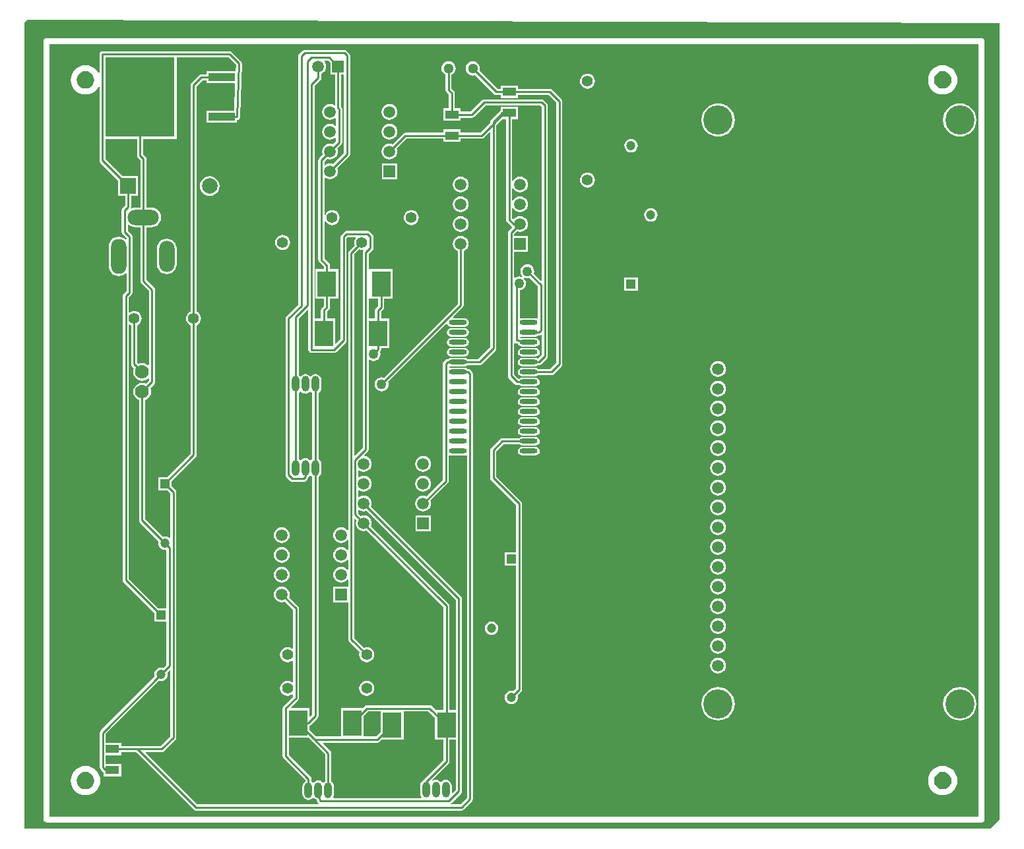
<source format=gtl>
G04 Layer_Physical_Order=1*
G04 Layer_Color=255*
%FSLAX24Y24*%
%MOIN*%
G70*
G01*
G75*
%ADD10R,0.0945X0.1299*%
%ADD11R,0.0669X0.0433*%
%ADD12O,0.0906X0.0236*%
%ADD13R,0.1339X0.0394*%
%ADD14R,0.3504X0.4035*%
%ADD15C,0.0100*%
%ADD16C,0.0551*%
%ADD17C,0.0472*%
%ADD18R,0.0472X0.0472*%
%ADD19C,0.1476*%
%ADD20C,0.0591*%
%ADD21O,0.0394X0.0787*%
%ADD22O,0.0394X0.0787*%
%ADD23R,0.0591X0.0591*%
%ADD24C,0.0591*%
%ADD25R,0.0591X0.0591*%
%ADD26C,0.0512*%
%ADD27C,0.0700*%
%ADD28O,0.1575X0.0787*%
%ADD29O,0.0787X0.1575*%
%ADD30O,0.0787X0.1772*%
%ADD31R,0.0787X0.0787*%
%ADD32C,0.0787*%
%ADD33C,0.0500*%
G36*
X87524Y79650D02*
Y39370D01*
X87054Y38900D01*
X87054D01*
X87054Y38900D01*
X38250Y38900D01*
Y79650D01*
X38400Y79800D01*
X87524Y79650D01*
D02*
G37*
%LPC*%
G36*
X86614Y78893D02*
X39370D01*
X39312Y78881D01*
X39262Y78848D01*
X39229Y78799D01*
X39217Y78740D01*
Y39370D01*
X39229Y39312D01*
X39262Y39262D01*
X39312Y39229D01*
X39370Y39217D01*
X86614D01*
X86673Y39229D01*
X86722Y39262D01*
X86755Y39312D01*
X86767Y39370D01*
Y78740D01*
X86755Y78799D01*
X86722Y78848D01*
X86673Y78881D01*
X86614Y78893D01*
D02*
G37*
%LPD*%
G36*
X86461Y39523D02*
X39523D01*
Y78587D01*
X86461D01*
Y39523D01*
D02*
G37*
%LPC*%
G36*
X66700Y77079D02*
X66602Y77066D01*
X66511Y77028D01*
X66432Y76968D01*
X66372Y76889D01*
X66334Y76798D01*
X66321Y76700D01*
X66334Y76602D01*
X66372Y76511D01*
X66432Y76432D01*
X66511Y76372D01*
X66602Y76334D01*
X66700Y76321D01*
X66798Y76334D01*
X66889Y76372D01*
X66968Y76432D01*
X67028Y76511D01*
X67066Y76602D01*
X67079Y76700D01*
X67066Y76798D01*
X67028Y76889D01*
X66968Y76968D01*
X66889Y77028D01*
X66798Y77066D01*
X66700Y77079D01*
D02*
G37*
G36*
X84646Y77516D02*
X84501Y77501D01*
X84361Y77459D01*
X84232Y77390D01*
X84119Y77298D01*
X84027Y77185D01*
X83958Y77056D01*
X83916Y76917D01*
X83902Y76772D01*
X83916Y76626D01*
X83958Y76487D01*
X84027Y76358D01*
X84119Y76245D01*
X84232Y76153D01*
X84361Y76084D01*
X84501Y76042D01*
X84646Y76028D01*
X84791Y76042D01*
X84930Y76084D01*
X85059Y76153D01*
X85172Y76245D01*
X85264Y76358D01*
X85333Y76487D01*
X85375Y76626D01*
X85390Y76772D01*
X85375Y76917D01*
X85333Y77056D01*
X85264Y77185D01*
X85172Y77298D01*
X85059Y77390D01*
X84930Y77459D01*
X84791Y77501D01*
X84646Y77516D01*
D02*
G37*
G36*
X56700Y75549D02*
X56597Y75535D01*
X56501Y75495D01*
X56418Y75432D01*
X56355Y75349D01*
X56315Y75253D01*
X56301Y75150D01*
X56315Y75047D01*
X56355Y74951D01*
X56418Y74868D01*
X56501Y74805D01*
X56597Y74765D01*
X56700Y74751D01*
X56803Y74765D01*
X56899Y74805D01*
X56982Y74868D01*
X57045Y74951D01*
X57085Y75047D01*
X57099Y75150D01*
X57085Y75253D01*
X57045Y75349D01*
X56982Y75432D01*
X56899Y75495D01*
X56803Y75535D01*
X56700Y75549D01*
D02*
G37*
G36*
X54414Y78289D02*
X52414D01*
X52355Y78278D01*
X52306Y78244D01*
X52132Y78071D01*
X52099Y78021D01*
X52087Y77963D01*
Y65413D01*
X51492Y64818D01*
X51459Y64769D01*
X51447Y64710D01*
Y56800D01*
X51459Y56741D01*
X51492Y56692D01*
X51692Y56492D01*
X51741Y56459D01*
X51800Y56447D01*
X52350D01*
X52409Y56459D01*
X52458Y56492D01*
X52558Y56592D01*
X52591Y56641D01*
X52602Y56696D01*
X52662Y56741D01*
X52675Y56759D01*
X52725D01*
X52738Y56741D01*
X52797Y56696D01*
Y44663D01*
X52692Y44558D01*
X52646Y44577D01*
Y45000D01*
X51731D01*
X51712Y45046D01*
X52078Y45412D01*
X52111Y45461D01*
X52123Y45520D01*
Y50030D01*
X52111Y50089D01*
X52078Y50138D01*
X51616Y50600D01*
X51635Y50647D01*
X51649Y50750D01*
X51635Y50853D01*
X51595Y50949D01*
X51532Y51032D01*
X51449Y51095D01*
X51353Y51135D01*
X51250Y51149D01*
X51147Y51135D01*
X51051Y51095D01*
X50968Y51032D01*
X50905Y50949D01*
X50865Y50853D01*
X50851Y50750D01*
X50865Y50647D01*
X50905Y50551D01*
X50968Y50468D01*
X51051Y50405D01*
X51147Y50365D01*
X51250Y50351D01*
X51353Y50365D01*
X51400Y50384D01*
X51817Y49967D01*
Y48025D01*
X51767Y48000D01*
X51731Y48028D01*
X51639Y48066D01*
X51541Y48079D01*
X51443Y48066D01*
X51352Y48028D01*
X51273Y47968D01*
X51213Y47889D01*
X51175Y47798D01*
X51163Y47700D01*
X51175Y47602D01*
X51213Y47511D01*
X51273Y47432D01*
X51352Y47372D01*
X51443Y47334D01*
X51541Y47321D01*
X51639Y47334D01*
X51731Y47372D01*
X51767Y47400D01*
X51817Y47375D01*
Y46325D01*
X51767Y46300D01*
X51731Y46328D01*
X51639Y46366D01*
X51541Y46379D01*
X51443Y46366D01*
X51352Y46328D01*
X51273Y46268D01*
X51213Y46189D01*
X51175Y46098D01*
X51163Y46000D01*
X51175Y45902D01*
X51213Y45811D01*
X51273Y45732D01*
X51352Y45672D01*
X51443Y45634D01*
X51541Y45621D01*
X51639Y45634D01*
X51731Y45672D01*
X51767Y45700D01*
X51817Y45675D01*
Y45583D01*
X51342Y45108D01*
X51309Y45059D01*
X51297Y45000D01*
Y42570D01*
X51309Y42511D01*
X51342Y42462D01*
X52447Y41357D01*
Y41304D01*
X52388Y41259D01*
X52341Y41197D01*
X52311Y41124D01*
X52301Y41047D01*
Y40653D01*
X52311Y40576D01*
X52341Y40503D01*
X52388Y40441D01*
X52450Y40394D01*
X52523Y40364D01*
X52600Y40354D01*
X52677Y40364D01*
X52750Y40394D01*
X52812Y40441D01*
X52825Y40459D01*
X52875D01*
X52888Y40441D01*
X52950Y40394D01*
X53023Y40364D01*
X53033Y40363D01*
X53050Y40273D01*
X53056Y40257D01*
X53059Y40241D01*
X53066Y40230D01*
X53071Y40217D01*
X53083Y40205D01*
X53092Y40192D01*
X53103Y40184D01*
X53105Y40183D01*
X53095Y40143D01*
X53089Y40133D01*
X46975D01*
X44375Y42732D01*
X44395Y42779D01*
X45200D01*
X45259Y42790D01*
X45308Y42823D01*
X45888Y43403D01*
X45921Y43453D01*
X45933Y43512D01*
Y55920D01*
X45921Y55979D01*
X45888Y56028D01*
X45686Y56230D01*
Y56470D01*
X46908Y57692D01*
X46941Y57741D01*
X46953Y57800D01*
Y64357D01*
X46989Y64372D01*
X47068Y64432D01*
X47128Y64511D01*
X47166Y64602D01*
X47179Y64700D01*
X47166Y64798D01*
X47128Y64889D01*
X47068Y64968D01*
X46989Y65028D01*
X46953Y65043D01*
Y76437D01*
X47263Y76747D01*
X47438D01*
Y76603D01*
X48864D01*
X48899Y76567D01*
X48848Y75197D01*
X47438D01*
Y74603D01*
X48976D01*
Y74747D01*
X48990D01*
X49017Y74752D01*
X49043Y74757D01*
X49046Y74758D01*
X49049Y74759D01*
X49071Y74774D01*
X49094Y74788D01*
X49096Y74790D01*
X49098Y74792D01*
X49113Y74814D01*
X49129Y74836D01*
X49130Y74839D01*
X49131Y74841D01*
X49137Y74868D01*
X49143Y74894D01*
X49243Y77594D01*
X49242Y77597D01*
X49243Y77600D01*
X49238Y77627D01*
X49233Y77653D01*
X49232Y77656D01*
X49231Y77659D01*
X49216Y77681D01*
X49202Y77704D01*
X49200Y77706D01*
X49198Y77708D01*
X48728Y78178D01*
X48679Y78211D01*
X48620Y78223D01*
X42190D01*
X42131Y78211D01*
X42082Y78178D01*
X42049Y78129D01*
X42037Y78070D01*
Y77142D01*
X41987Y77129D01*
X41957Y77185D01*
X41865Y77298D01*
X41752Y77390D01*
X41623Y77459D01*
X41484Y77501D01*
X41339Y77516D01*
X41193Y77501D01*
X41054Y77459D01*
X40925Y77390D01*
X40812Y77298D01*
X40720Y77185D01*
X40651Y77056D01*
X40609Y76917D01*
X40594Y76772D01*
X40609Y76626D01*
X40651Y76487D01*
X40720Y76358D01*
X40812Y76245D01*
X40925Y76153D01*
X41054Y76084D01*
X41193Y76042D01*
X41339Y76028D01*
X41484Y76042D01*
X41623Y76084D01*
X41752Y76153D01*
X41865Y76245D01*
X41957Y76358D01*
X41987Y76414D01*
X42037Y76401D01*
Y72701D01*
X42049Y72642D01*
X42082Y72593D01*
X42997Y71677D01*
Y70906D01*
X43338D01*
Y70423D01*
X43212Y70297D01*
X43179Y70248D01*
X43167Y70189D01*
Y69080D01*
X43179Y69021D01*
X43212Y68972D01*
X43407Y68777D01*
Y68709D01*
X43375Y68698D01*
X43357Y68695D01*
X43255Y68773D01*
X43135Y68823D01*
X43006Y68840D01*
X42877Y68823D01*
X42757Y68773D01*
X42654Y68694D01*
X42575Y68591D01*
X42525Y68471D01*
X42508Y68342D01*
Y67358D01*
X42525Y67229D01*
X42575Y67109D01*
X42654Y67006D01*
X42757Y66927D01*
X42877Y66877D01*
X43006Y66860D01*
X43135Y66877D01*
X43255Y66927D01*
X43357Y67005D01*
X43375Y67002D01*
X43407Y66991D01*
Y66083D01*
X43262Y65938D01*
X43229Y65889D01*
X43217Y65830D01*
Y51480D01*
X43229Y51421D01*
X43262Y51372D01*
X44814Y49820D01*
Y49364D01*
X45427D01*
Y47193D01*
X45254Y47021D01*
X45238Y47028D01*
X45150Y47039D01*
X45062Y47028D01*
X44980Y46994D01*
X44910Y46940D01*
X44856Y46870D01*
X44822Y46788D01*
X44811Y46700D01*
X44822Y46612D01*
X44829Y46596D01*
X42102Y43868D01*
X42069Y43819D01*
X42057Y43760D01*
Y42000D01*
X42069Y41941D01*
X42102Y41892D01*
X42233Y41760D01*
X42265Y41739D01*
Y41552D01*
X43135D01*
Y42185D01*
X42363D01*
Y42615D01*
X43135D01*
Y42779D01*
X43897D01*
X46803Y39872D01*
X46853Y39839D01*
X46912Y39827D01*
X60340D01*
X60399Y39839D01*
X60448Y39872D01*
X60868Y40292D01*
X60901Y40341D01*
X60913Y40400D01*
Y61900D01*
X60901Y61959D01*
X60868Y62008D01*
X60768Y62108D01*
X60719Y62141D01*
X60660Y62153D01*
X60645D01*
X60642Y62157D01*
X60570Y62205D01*
X60485Y62222D01*
X59815D01*
X59766Y62212D01*
X59719Y62248D01*
Y62252D01*
X59766Y62288D01*
X59815Y62278D01*
X60485D01*
X60570Y62295D01*
X60642Y62343D01*
X60645Y62347D01*
X61240D01*
X61299Y62359D01*
X61348Y62392D01*
X62048Y63092D01*
X62081Y63141D01*
X62093Y63200D01*
Y74477D01*
X62400Y74783D01*
X62587D01*
Y69700D01*
X62599Y69641D01*
X62632Y69592D01*
X62850Y69373D01*
X62878Y69355D01*
X62888Y69298D01*
X62887Y69293D01*
X62732Y69138D01*
X62699Y69089D01*
X62687Y69030D01*
Y61800D01*
X62699Y61741D01*
X62732Y61692D01*
X63032Y61392D01*
X63081Y61359D01*
X63140Y61347D01*
X63238D01*
X63241Y61343D01*
X63313Y61295D01*
X63398Y61278D01*
X64067D01*
X64152Y61295D01*
X64225Y61343D01*
X64273Y61415D01*
X64290Y61500D01*
X64273Y61585D01*
X64225Y61657D01*
X64152Y61705D01*
X64067Y61722D01*
X63398D01*
X63313Y61705D01*
X63241Y61657D01*
X63193Y61663D01*
X62993Y61863D01*
Y63444D01*
X62994Y63446D01*
X63039Y63470D01*
X63043Y63469D01*
X63051Y63466D01*
X63061Y63459D01*
X63079Y63455D01*
X63095Y63449D01*
X63189Y63434D01*
X63193Y63415D01*
X63241Y63343D01*
X63313Y63295D01*
X63398Y63278D01*
X64067D01*
X64152Y63295D01*
X64225Y63343D01*
X64273Y63415D01*
X64290Y63500D01*
X64273Y63585D01*
X64225Y63657D01*
X64152Y63705D01*
X64067Y63722D01*
X63398D01*
X63363Y63715D01*
X63303Y63725D01*
X63298Y63753D01*
X63341Y63789D01*
X63398Y63778D01*
X64067D01*
X64152Y63795D01*
X64225Y63843D01*
X64227Y63847D01*
X64240D01*
X64299Y63859D01*
X64337Y63884D01*
X64387Y63867D01*
Y62863D01*
X64198Y62675D01*
X64152Y62705D01*
X64067Y62722D01*
X63398D01*
X63313Y62705D01*
X63241Y62657D01*
X63193Y62585D01*
X63176Y62500D01*
X63193Y62415D01*
X63241Y62343D01*
X63313Y62295D01*
X63398Y62278D01*
X64067D01*
X64152Y62295D01*
X64225Y62343D01*
X64227Y62347D01*
X64240D01*
X64299Y62359D01*
X64348Y62392D01*
X64648Y62692D01*
X64681Y62741D01*
X64693Y62800D01*
Y75470D01*
X64681Y75529D01*
X64648Y75578D01*
X64488Y75738D01*
X64439Y75771D01*
X64380Y75783D01*
X61480D01*
X61421Y75771D01*
X61372Y75738D01*
X60800Y75166D01*
X60276D01*
Y75330D01*
X59994D01*
Y76100D01*
X59983Y76159D01*
X59949Y76208D01*
X59834Y76324D01*
Y77028D01*
X59861Y77039D01*
X59935Y77096D01*
X59992Y77171D01*
X60028Y77257D01*
X60040Y77350D01*
X60028Y77443D01*
X59992Y77529D01*
X59935Y77604D01*
X59861Y77661D01*
X59774Y77697D01*
X59681Y77709D01*
X59588Y77697D01*
X59502Y77661D01*
X59427Y77604D01*
X59370Y77529D01*
X59334Y77443D01*
X59322Y77350D01*
X59334Y77257D01*
X59370Y77171D01*
X59427Y77096D01*
X59502Y77039D01*
X59528Y77028D01*
Y76260D01*
X59540Y76202D01*
X59573Y76152D01*
X59688Y76037D01*
Y75330D01*
X59407D01*
Y74696D01*
X60276D01*
Y74860D01*
X60863D01*
X60922Y74872D01*
X60971Y74905D01*
X61543Y75477D01*
X64317D01*
X64387Y75407D01*
Y66645D01*
X64341Y66625D01*
X63991Y66975D01*
X64001Y66999D01*
X64013Y67090D01*
X64001Y67181D01*
X63966Y67267D01*
X63910Y67340D01*
X63837Y67396D01*
X63751Y67431D01*
X63660Y67443D01*
X63569Y67431D01*
X63483Y67396D01*
X63410Y67340D01*
X63354Y67267D01*
X63319Y67181D01*
X63307Y67090D01*
X63319Y66999D01*
X63354Y66913D01*
X63408Y66843D01*
X63408Y66838D01*
X63369Y66806D01*
X63331Y66821D01*
X63240Y66833D01*
X63149Y66821D01*
X63063Y66786D01*
X63038Y66766D01*
X62993Y66788D01*
Y68086D01*
X63687D01*
Y68877D01*
X62993D01*
Y68967D01*
X63142Y69116D01*
X63188Y69096D01*
X63291Y69083D01*
X63395Y69096D01*
X63491Y69136D01*
X63573Y69200D01*
X63637Y69282D01*
X63676Y69378D01*
X63690Y69482D01*
X63676Y69585D01*
X63637Y69681D01*
X63573Y69763D01*
X63491Y69827D01*
X63395Y69867D01*
X63291Y69880D01*
X63188Y69867D01*
X63092Y69827D01*
X63009Y69763D01*
X62982Y69728D01*
X62932Y69724D01*
X62893Y69763D01*
Y70280D01*
X62943Y70290D01*
X62946Y70282D01*
X63009Y70200D01*
X63092Y70136D01*
X63188Y70096D01*
X63291Y70083D01*
X63395Y70096D01*
X63491Y70136D01*
X63573Y70200D01*
X63637Y70282D01*
X63676Y70378D01*
X63690Y70482D01*
X63676Y70585D01*
X63637Y70681D01*
X63573Y70763D01*
X63491Y70827D01*
X63395Y70867D01*
X63291Y70880D01*
X63188Y70867D01*
X63092Y70827D01*
X63009Y70763D01*
X62946Y70681D01*
X62943Y70673D01*
X62893Y70683D01*
Y71280D01*
X62943Y71290D01*
X62946Y71282D01*
X63009Y71200D01*
X63092Y71136D01*
X63188Y71096D01*
X63291Y71083D01*
X63395Y71096D01*
X63491Y71136D01*
X63573Y71200D01*
X63637Y71282D01*
X63676Y71378D01*
X63690Y71481D01*
X63676Y71585D01*
X63637Y71681D01*
X63573Y71763D01*
X63491Y71827D01*
X63395Y71867D01*
X63291Y71880D01*
X63188Y71867D01*
X63092Y71827D01*
X63009Y71763D01*
X62946Y71681D01*
X62943Y71673D01*
X62893Y71683D01*
Y74783D01*
X63176D01*
Y75417D01*
X62307D01*
Y75218D01*
X62292Y75208D01*
X61832Y74748D01*
X61799Y74699D01*
X61787Y74640D01*
Y74603D01*
X61287Y74103D01*
X60276D01*
Y74267D01*
X59407D01*
Y74103D01*
X57500D01*
X57441Y74091D01*
X57392Y74058D01*
X56850Y73516D01*
X56803Y73535D01*
X56700Y73549D01*
X56597Y73535D01*
X56501Y73495D01*
X56418Y73432D01*
X56355Y73349D01*
X56315Y73253D01*
X56301Y73150D01*
X56315Y73047D01*
X56355Y72951D01*
X56418Y72868D01*
X56501Y72805D01*
X56597Y72765D01*
X56700Y72751D01*
X56803Y72765D01*
X56899Y72805D01*
X56982Y72868D01*
X57045Y72951D01*
X57085Y73047D01*
X57099Y73150D01*
X57085Y73253D01*
X57066Y73300D01*
X57563Y73797D01*
X59407D01*
Y73633D01*
X60276D01*
Y73797D01*
X61350D01*
X61409Y73809D01*
X61458Y73842D01*
X61741Y74125D01*
X61787Y74105D01*
Y63263D01*
X61177Y62653D01*
X60645D01*
X60642Y62657D01*
X60570Y62705D01*
X60485Y62722D01*
X59815D01*
X59730Y62705D01*
X59658Y62657D01*
X59655Y62653D01*
X59640D01*
X59581Y62641D01*
X59532Y62608D01*
X59432Y62508D01*
X59399Y62459D01*
X59387Y62400D01*
Y56553D01*
X58550Y55716D01*
X58503Y55735D01*
X58400Y55749D01*
X58297Y55735D01*
X58201Y55695D01*
X58118Y55632D01*
X58055Y55549D01*
X58015Y55453D01*
X58001Y55350D01*
X58015Y55247D01*
X58055Y55151D01*
X58118Y55068D01*
X58201Y55005D01*
X58297Y54965D01*
X58400Y54951D01*
X58503Y54965D01*
X58599Y55005D01*
X58682Y55068D01*
X58745Y55151D01*
X58785Y55247D01*
X58799Y55350D01*
X58785Y55453D01*
X58766Y55500D01*
X59648Y56382D01*
X59681Y56431D01*
X59693Y56490D01*
Y57764D01*
X59743Y57792D01*
X59815Y57778D01*
X60485D01*
X60557Y57792D01*
X60607Y57764D01*
Y40463D01*
X60277Y40133D01*
X59810D01*
X59795Y40183D01*
X59808Y40192D01*
X60308Y40692D01*
X60341Y40741D01*
X60353Y40800D01*
Y50550D01*
X60341Y50609D01*
X60308Y50658D01*
X55766Y55200D01*
X55785Y55247D01*
X55799Y55350D01*
X55785Y55453D01*
X55745Y55549D01*
X55682Y55632D01*
X55599Y55695D01*
X55503Y55735D01*
X55400Y55749D01*
X55297Y55735D01*
X55201Y55695D01*
X55158Y55662D01*
X55108Y55687D01*
Y56013D01*
X55158Y56038D01*
X55201Y56005D01*
X55297Y55965D01*
X55400Y55951D01*
X55503Y55965D01*
X55599Y56005D01*
X55682Y56068D01*
X55745Y56151D01*
X55785Y56247D01*
X55799Y56350D01*
X55785Y56453D01*
X55745Y56549D01*
X55682Y56632D01*
X55599Y56695D01*
X55503Y56735D01*
X55400Y56749D01*
X55297Y56735D01*
X55201Y56695D01*
X55158Y56662D01*
X55108Y56687D01*
Y57013D01*
X55158Y57038D01*
X55201Y57005D01*
X55297Y56965D01*
X55400Y56951D01*
X55503Y56965D01*
X55599Y57005D01*
X55682Y57068D01*
X55745Y57151D01*
X55785Y57247D01*
X55799Y57350D01*
X55785Y57453D01*
X55745Y57549D01*
X55682Y57632D01*
X55599Y57695D01*
X55503Y57735D01*
X55436Y57744D01*
X55418Y57797D01*
X55598Y57977D01*
X55631Y58027D01*
X55643Y58085D01*
Y62602D01*
X55688Y62624D01*
X55713Y62604D01*
X55799Y62569D01*
X55890Y62557D01*
X55981Y62569D01*
X56067Y62604D01*
X56140Y62660D01*
X56196Y62733D01*
X56231Y62819D01*
X56243Y62910D01*
X56231Y63001D01*
X56221Y63025D01*
X56226Y63030D01*
X56259Y63080D01*
X56271Y63138D01*
Y63200D01*
X56691D01*
Y64700D01*
X56271D01*
Y65057D01*
X56376Y65162D01*
X56409Y65211D01*
X56421Y65270D01*
Y65700D01*
X56841D01*
Y67200D01*
X55696D01*
Y65700D01*
X56115D01*
Y65333D01*
X56010Y65228D01*
X55977Y65179D01*
X55965Y65120D01*
Y64700D01*
X55643D01*
Y67977D01*
X55838Y68172D01*
X55871Y68221D01*
X55883Y68280D01*
Y68850D01*
X55871Y68909D01*
X55838Y68958D01*
X55708Y69088D01*
X55659Y69121D01*
X55600Y69133D01*
X54510D01*
X54451Y69121D01*
X54402Y69088D01*
X54272Y68958D01*
X54239Y68909D01*
X54227Y68850D01*
Y63663D01*
X54001Y63437D01*
X53954Y63456D01*
Y64700D01*
X53535D01*
Y65057D01*
X53640Y65162D01*
X53673Y65211D01*
X53685Y65270D01*
Y65700D01*
X54104D01*
Y67200D01*
X53685D01*
Y67390D01*
X53673Y67449D01*
X53640Y67498D01*
X53403Y67735D01*
Y69646D01*
X53453Y69656D01*
X53472Y69611D01*
X53532Y69532D01*
X53611Y69472D01*
X53702Y69434D01*
X53800Y69421D01*
X53898Y69434D01*
X53989Y69472D01*
X54068Y69532D01*
X54128Y69611D01*
X54166Y69702D01*
X54179Y69800D01*
X54166Y69898D01*
X54128Y69989D01*
X54068Y70068D01*
X53989Y70128D01*
X53898Y70166D01*
X53800Y70179D01*
X53702Y70166D01*
X53611Y70128D01*
X53532Y70068D01*
X53472Y69989D01*
X53453Y69944D01*
X53403Y69954D01*
Y71817D01*
X53453Y71841D01*
X53501Y71805D01*
X53597Y71765D01*
X53700Y71751D01*
X53803Y71765D01*
X53899Y71805D01*
X53982Y71868D01*
X54045Y71951D01*
X54085Y72047D01*
X54099Y72150D01*
X54085Y72253D01*
X54066Y72300D01*
X54658Y72892D01*
X54691Y72941D01*
X54703Y73000D01*
Y78000D01*
X54691Y78059D01*
X54658Y78108D01*
X54522Y78244D01*
X54472Y78278D01*
X54414Y78289D01*
D02*
G37*
G36*
X85505Y75591D02*
X85340Y75574D01*
X85182Y75527D01*
X85037Y75449D01*
X84909Y75344D01*
X84804Y75216D01*
X84727Y75071D01*
X84679Y74913D01*
X84662Y74748D01*
X84679Y74584D01*
X84727Y74426D01*
X84804Y74280D01*
X84909Y74153D01*
X85037Y74048D01*
X85182Y73970D01*
X85340Y73922D01*
X85505Y73906D01*
X85669Y73922D01*
X85827Y73970D01*
X85973Y74048D01*
X86100Y74153D01*
X86205Y74280D01*
X86283Y74426D01*
X86331Y74584D01*
X86347Y74748D01*
X86331Y74913D01*
X86283Y75071D01*
X86205Y75216D01*
X86100Y75344D01*
X85973Y75449D01*
X85827Y75527D01*
X85669Y75574D01*
X85505Y75591D01*
D02*
G37*
G36*
X73300D02*
X73136Y75574D01*
X72978Y75527D01*
X72832Y75449D01*
X72704Y75344D01*
X72600Y75216D01*
X72522Y75071D01*
X72474Y74913D01*
X72458Y74748D01*
X72474Y74584D01*
X72522Y74426D01*
X72600Y74280D01*
X72704Y74153D01*
X72832Y74048D01*
X72978Y73970D01*
X73136Y73922D01*
X73300Y73906D01*
X73464Y73922D01*
X73622Y73970D01*
X73768Y74048D01*
X73896Y74153D01*
X74000Y74280D01*
X74078Y74426D01*
X74126Y74584D01*
X74142Y74748D01*
X74126Y74913D01*
X74078Y75071D01*
X74000Y75216D01*
X73896Y75344D01*
X73768Y75449D01*
X73622Y75527D01*
X73464Y75574D01*
X73300Y75591D01*
D02*
G37*
G36*
X56700Y74549D02*
X56597Y74535D01*
X56501Y74495D01*
X56418Y74432D01*
X56355Y74349D01*
X56315Y74253D01*
X56301Y74150D01*
X56315Y74047D01*
X56355Y73951D01*
X56418Y73868D01*
X56501Y73805D01*
X56597Y73765D01*
X56700Y73751D01*
X56803Y73765D01*
X56899Y73805D01*
X56982Y73868D01*
X57045Y73951D01*
X57085Y74047D01*
X57099Y74150D01*
X57085Y74253D01*
X57045Y74349D01*
X56982Y74432D01*
X56899Y74495D01*
X56803Y74535D01*
X56700Y74549D01*
D02*
G37*
G36*
X68900Y73789D02*
X68812Y73778D01*
X68730Y73744D01*
X68660Y73690D01*
X68606Y73620D01*
X68572Y73538D01*
X68561Y73450D01*
X68572Y73362D01*
X68606Y73280D01*
X68660Y73210D01*
X68730Y73156D01*
X68812Y73122D01*
X68900Y73111D01*
X68988Y73122D01*
X69070Y73156D01*
X69140Y73210D01*
X69194Y73280D01*
X69228Y73362D01*
X69239Y73450D01*
X69228Y73538D01*
X69194Y73620D01*
X69140Y73690D01*
X69070Y73744D01*
X68988Y73778D01*
X68900Y73789D01*
D02*
G37*
G36*
X57095Y72545D02*
X56305D01*
Y71755D01*
X57095D01*
Y72545D01*
D02*
G37*
G36*
X66700Y72079D02*
X66602Y72066D01*
X66511Y72028D01*
X66432Y71968D01*
X66372Y71889D01*
X66334Y71798D01*
X66321Y71700D01*
X66334Y71602D01*
X66372Y71511D01*
X66432Y71432D01*
X66511Y71372D01*
X66602Y71334D01*
X66700Y71321D01*
X66798Y71334D01*
X66889Y71372D01*
X66968Y71432D01*
X67028Y71511D01*
X67066Y71602D01*
X67079Y71700D01*
X67066Y71798D01*
X67028Y71889D01*
X66968Y71968D01*
X66889Y72028D01*
X66798Y72066D01*
X66700Y72079D01*
D02*
G37*
G36*
X60291Y71880D02*
X60188Y71867D01*
X60092Y71827D01*
X60009Y71763D01*
X59946Y71681D01*
X59906Y71585D01*
X59893Y71481D01*
X59906Y71378D01*
X59946Y71282D01*
X60009Y71200D01*
X60092Y71136D01*
X60188Y71096D01*
X60291Y71083D01*
X60395Y71096D01*
X60491Y71136D01*
X60573Y71200D01*
X60637Y71282D01*
X60676Y71378D01*
X60690Y71481D01*
X60676Y71585D01*
X60637Y71681D01*
X60573Y71763D01*
X60491Y71827D01*
X60395Y71867D01*
X60291Y71880D01*
D02*
G37*
G36*
X47609Y71898D02*
X47480Y71881D01*
X47360Y71831D01*
X47257Y71752D01*
X47178Y71649D01*
X47128Y71529D01*
X47111Y71400D01*
X47128Y71271D01*
X47178Y71151D01*
X47257Y71048D01*
X47360Y70969D01*
X47480Y70919D01*
X47609Y70902D01*
X47738Y70919D01*
X47858Y70969D01*
X47961Y71048D01*
X48040Y71151D01*
X48090Y71271D01*
X48107Y71400D01*
X48090Y71529D01*
X48040Y71649D01*
X47961Y71752D01*
X47858Y71831D01*
X47738Y71881D01*
X47609Y71898D01*
D02*
G37*
G36*
X60291Y70880D02*
X60188Y70867D01*
X60092Y70827D01*
X60009Y70763D01*
X59946Y70681D01*
X59906Y70585D01*
X59893Y70482D01*
X59906Y70378D01*
X59946Y70282D01*
X60009Y70200D01*
X60092Y70136D01*
X60188Y70096D01*
X60291Y70083D01*
X60395Y70096D01*
X60491Y70136D01*
X60573Y70200D01*
X60637Y70282D01*
X60676Y70378D01*
X60690Y70482D01*
X60676Y70585D01*
X60637Y70681D01*
X60573Y70763D01*
X60491Y70827D01*
X60395Y70867D01*
X60291Y70880D01*
D02*
G37*
G36*
X69900Y70289D02*
X69812Y70278D01*
X69730Y70244D01*
X69660Y70190D01*
X69606Y70120D01*
X69572Y70038D01*
X69561Y69950D01*
X69572Y69862D01*
X69606Y69780D01*
X69660Y69710D01*
X69730Y69656D01*
X69812Y69622D01*
X69900Y69611D01*
X69988Y69622D01*
X70070Y69656D01*
X70140Y69710D01*
X70194Y69780D01*
X70228Y69862D01*
X70239Y69950D01*
X70228Y70038D01*
X70194Y70120D01*
X70140Y70190D01*
X70070Y70244D01*
X69988Y70278D01*
X69900Y70289D01*
D02*
G37*
G36*
X57800Y70179D02*
X57702Y70166D01*
X57611Y70128D01*
X57532Y70068D01*
X57472Y69989D01*
X57434Y69898D01*
X57421Y69800D01*
X57434Y69702D01*
X57472Y69611D01*
X57532Y69532D01*
X57611Y69472D01*
X57702Y69434D01*
X57800Y69421D01*
X57898Y69434D01*
X57989Y69472D01*
X58068Y69532D01*
X58128Y69611D01*
X58166Y69702D01*
X58179Y69800D01*
X58166Y69898D01*
X58128Y69989D01*
X58068Y70068D01*
X57989Y70128D01*
X57898Y70166D01*
X57800Y70179D01*
D02*
G37*
G36*
X60291Y69880D02*
X60188Y69867D01*
X60092Y69827D01*
X60009Y69763D01*
X59946Y69681D01*
X59906Y69585D01*
X59893Y69482D01*
X59906Y69378D01*
X59946Y69282D01*
X60009Y69200D01*
X60092Y69136D01*
X60188Y69096D01*
X60291Y69083D01*
X60395Y69096D01*
X60491Y69136D01*
X60573Y69200D01*
X60637Y69282D01*
X60676Y69378D01*
X60690Y69482D01*
X60676Y69585D01*
X60637Y69681D01*
X60573Y69763D01*
X60491Y69827D01*
X60395Y69867D01*
X60291Y69880D01*
D02*
G37*
G36*
X51300Y68929D02*
X51202Y68916D01*
X51111Y68878D01*
X51032Y68818D01*
X50972Y68739D01*
X50934Y68648D01*
X50921Y68550D01*
X50934Y68452D01*
X50972Y68361D01*
X51032Y68282D01*
X51111Y68222D01*
X51202Y68184D01*
X51300Y68171D01*
X51398Y68184D01*
X51489Y68222D01*
X51568Y68282D01*
X51628Y68361D01*
X51666Y68452D01*
X51679Y68550D01*
X51666Y68648D01*
X51628Y68739D01*
X51568Y68818D01*
X51489Y68878D01*
X51398Y68916D01*
X51300Y68929D01*
D02*
G37*
G36*
X69236Y66786D02*
X68564D01*
Y66114D01*
X69236D01*
Y66786D01*
D02*
G37*
G36*
X60291Y68880D02*
X60188Y68867D01*
X60092Y68827D01*
X60009Y68763D01*
X59946Y68681D01*
X59906Y68585D01*
X59893Y68481D01*
X59906Y68378D01*
X59946Y68282D01*
X60009Y68200D01*
X60092Y68136D01*
X60138Y68117D01*
Y65435D01*
X56415Y61711D01*
X56391Y61721D01*
X56300Y61733D01*
X56209Y61721D01*
X56123Y61686D01*
X56050Y61630D01*
X55994Y61557D01*
X55959Y61471D01*
X55947Y61380D01*
X55959Y61289D01*
X55994Y61203D01*
X56050Y61130D01*
X56123Y61074D01*
X56209Y61039D01*
X56300Y61027D01*
X56391Y61039D01*
X56477Y61074D01*
X56550Y61130D01*
X56606Y61203D01*
X56641Y61289D01*
X56653Y61380D01*
X56641Y61471D01*
X56631Y61495D01*
X59561Y64425D01*
X59615Y64408D01*
X59658Y64343D01*
X59730Y64295D01*
X59815Y64278D01*
X60485D01*
X60570Y64295D01*
X60642Y64343D01*
X60690Y64415D01*
X60707Y64500D01*
X60690Y64585D01*
X60642Y64657D01*
X60570Y64705D01*
X60485Y64722D01*
X59924D01*
X59905Y64769D01*
X60399Y65263D01*
X60433Y65313D01*
X60444Y65371D01*
Y68117D01*
X60491Y68136D01*
X60573Y68200D01*
X60637Y68282D01*
X60676Y68378D01*
X60690Y68481D01*
X60676Y68585D01*
X60637Y68681D01*
X60573Y68763D01*
X60491Y68827D01*
X60395Y68867D01*
X60291Y68880D01*
D02*
G37*
G36*
X60485Y64222D02*
X59815D01*
X59730Y64205D01*
X59658Y64157D01*
X59610Y64085D01*
X59593Y64000D01*
X59610Y63915D01*
X59658Y63843D01*
X59730Y63795D01*
X59815Y63778D01*
X60485D01*
X60570Y63795D01*
X60642Y63843D01*
X60690Y63915D01*
X60707Y64000D01*
X60690Y64085D01*
X60642Y64157D01*
X60570Y64205D01*
X60485Y64222D01*
D02*
G37*
G36*
Y63722D02*
X59815D01*
X59730Y63705D01*
X59658Y63657D01*
X59610Y63585D01*
X59593Y63500D01*
X59610Y63415D01*
X59658Y63343D01*
X59730Y63295D01*
X59815Y63278D01*
X60485D01*
X60570Y63295D01*
X60642Y63343D01*
X60690Y63415D01*
X60707Y63500D01*
X60690Y63585D01*
X60642Y63657D01*
X60570Y63705D01*
X60485Y63722D01*
D02*
G37*
G36*
X64067Y63222D02*
X63398D01*
X63313Y63205D01*
X63241Y63157D01*
X63193Y63085D01*
X63176Y63000D01*
X63193Y62915D01*
X63241Y62843D01*
X63313Y62795D01*
X63398Y62778D01*
X64067D01*
X64152Y62795D01*
X64225Y62843D01*
X64273Y62915D01*
X64290Y63000D01*
X64273Y63085D01*
X64225Y63157D01*
X64152Y63205D01*
X64067Y63222D01*
D02*
G37*
G36*
X60485D02*
X59815D01*
X59730Y63205D01*
X59658Y63157D01*
X59610Y63085D01*
X59593Y63000D01*
X59610Y62915D01*
X59658Y62843D01*
X59730Y62795D01*
X59815Y62778D01*
X60485D01*
X60570Y62795D01*
X60642Y62843D01*
X60690Y62915D01*
X60707Y63000D01*
X60690Y63085D01*
X60642Y63157D01*
X60570Y63205D01*
X60485Y63222D01*
D02*
G37*
G36*
X60902Y77709D02*
X60809Y77697D01*
X60722Y77661D01*
X60648Y77604D01*
X60591Y77529D01*
X60555Y77443D01*
X60543Y77350D01*
X60555Y77257D01*
X60591Y77171D01*
X60648Y77096D01*
X60722Y77039D01*
X60809Y77003D01*
X60902Y76991D01*
X60994Y77003D01*
X61021Y77014D01*
X61980Y76055D01*
X62030Y76022D01*
X62089Y76010D01*
X62307D01*
Y75846D01*
X63176D01*
Y76010D01*
X64737D01*
X65127Y75620D01*
Y62463D01*
X64817Y62153D01*
X64227D01*
X64225Y62157D01*
X64152Y62205D01*
X64067Y62222D01*
X63398D01*
X63313Y62205D01*
X63241Y62157D01*
X63193Y62085D01*
X63176Y62000D01*
X63193Y61915D01*
X63241Y61843D01*
X63313Y61795D01*
X63398Y61778D01*
X64067D01*
X64152Y61795D01*
X64225Y61843D01*
X64227Y61847D01*
X64880D01*
X64939Y61859D01*
X64988Y61892D01*
X65388Y62292D01*
X65421Y62341D01*
X65433Y62400D01*
Y75683D01*
X65421Y75742D01*
X65388Y75791D01*
X64908Y76271D01*
X64859Y76304D01*
X64800Y76316D01*
X63176D01*
Y76480D01*
X62307D01*
Y76316D01*
X62152D01*
X61237Y77231D01*
X61248Y77257D01*
X61261Y77350D01*
X61248Y77443D01*
X61212Y77529D01*
X61155Y77604D01*
X61081Y77661D01*
X60994Y77697D01*
X60902Y77709D01*
D02*
G37*
G36*
X73300Y62549D02*
X73197Y62535D01*
X73101Y62495D01*
X73018Y62432D01*
X72955Y62349D01*
X72915Y62253D01*
X72901Y62150D01*
X72915Y62047D01*
X72955Y61951D01*
X73018Y61868D01*
X73101Y61805D01*
X73197Y61765D01*
X73300Y61751D01*
X73403Y61765D01*
X73499Y61805D01*
X73582Y61868D01*
X73645Y61951D01*
X73685Y62047D01*
X73699Y62150D01*
X73685Y62253D01*
X73645Y62349D01*
X73582Y62432D01*
X73499Y62495D01*
X73403Y62535D01*
X73300Y62549D01*
D02*
G37*
G36*
X64067Y61222D02*
X63398D01*
X63313Y61205D01*
X63241Y61157D01*
X63193Y61085D01*
X63176Y61000D01*
X63193Y60915D01*
X63241Y60843D01*
X63313Y60795D01*
X63398Y60778D01*
X64067D01*
X64152Y60795D01*
X64225Y60843D01*
X64273Y60915D01*
X64290Y61000D01*
X64273Y61085D01*
X64225Y61157D01*
X64152Y61205D01*
X64067Y61222D01*
D02*
G37*
G36*
X73300Y61549D02*
X73197Y61535D01*
X73101Y61495D01*
X73018Y61432D01*
X72955Y61349D01*
X72915Y61253D01*
X72901Y61150D01*
X72915Y61047D01*
X72955Y60951D01*
X73018Y60868D01*
X73101Y60805D01*
X73197Y60765D01*
X73300Y60751D01*
X73403Y60765D01*
X73499Y60805D01*
X73582Y60868D01*
X73645Y60951D01*
X73685Y61047D01*
X73699Y61150D01*
X73685Y61253D01*
X73645Y61349D01*
X73582Y61432D01*
X73499Y61495D01*
X73403Y61535D01*
X73300Y61549D01*
D02*
G37*
G36*
X64067Y60722D02*
X63398D01*
X63313Y60705D01*
X63241Y60657D01*
X63193Y60585D01*
X63176Y60500D01*
X63193Y60415D01*
X63241Y60343D01*
X63313Y60295D01*
X63398Y60278D01*
X64067D01*
X64152Y60295D01*
X64225Y60343D01*
X64273Y60415D01*
X64290Y60500D01*
X64273Y60585D01*
X64225Y60657D01*
X64152Y60705D01*
X64067Y60722D01*
D02*
G37*
G36*
Y60222D02*
X63398D01*
X63313Y60205D01*
X63241Y60157D01*
X63193Y60085D01*
X63176Y60000D01*
X63193Y59915D01*
X63241Y59843D01*
X63313Y59795D01*
X63398Y59778D01*
X64067D01*
X64152Y59795D01*
X64225Y59843D01*
X64273Y59915D01*
X64290Y60000D01*
X64273Y60085D01*
X64225Y60157D01*
X64152Y60205D01*
X64067Y60222D01*
D02*
G37*
G36*
X73300Y60549D02*
X73197Y60535D01*
X73101Y60495D01*
X73018Y60432D01*
X72955Y60349D01*
X72915Y60253D01*
X72901Y60150D01*
X72915Y60047D01*
X72955Y59951D01*
X73018Y59868D01*
X73101Y59805D01*
X73197Y59765D01*
X73300Y59751D01*
X73403Y59765D01*
X73499Y59805D01*
X73582Y59868D01*
X73645Y59951D01*
X73685Y60047D01*
X73699Y60150D01*
X73685Y60253D01*
X73645Y60349D01*
X73582Y60432D01*
X73499Y60495D01*
X73403Y60535D01*
X73300Y60549D01*
D02*
G37*
G36*
X64067Y59722D02*
X63398D01*
X63313Y59705D01*
X63241Y59657D01*
X63193Y59585D01*
X63176Y59500D01*
X63193Y59415D01*
X63241Y59343D01*
X63313Y59295D01*
X63398Y59278D01*
X64067D01*
X64152Y59295D01*
X64225Y59343D01*
X64273Y59415D01*
X64290Y59500D01*
X64273Y59585D01*
X64225Y59657D01*
X64152Y59705D01*
X64067Y59722D01*
D02*
G37*
G36*
Y59222D02*
X63398D01*
X63313Y59205D01*
X63241Y59157D01*
X63193Y59085D01*
X63176Y59000D01*
X63193Y58915D01*
X63241Y58843D01*
X63313Y58795D01*
X63398Y58778D01*
X64067D01*
X64152Y58795D01*
X64225Y58843D01*
X64273Y58915D01*
X64290Y59000D01*
X64273Y59085D01*
X64225Y59157D01*
X64152Y59205D01*
X64067Y59222D01*
D02*
G37*
G36*
X73300Y59549D02*
X73197Y59535D01*
X73101Y59495D01*
X73018Y59432D01*
X72955Y59349D01*
X72915Y59253D01*
X72901Y59150D01*
X72915Y59047D01*
X72955Y58951D01*
X73018Y58868D01*
X73101Y58805D01*
X73197Y58765D01*
X73300Y58751D01*
X73403Y58765D01*
X73499Y58805D01*
X73582Y58868D01*
X73645Y58951D01*
X73685Y59047D01*
X73699Y59150D01*
X73685Y59253D01*
X73645Y59349D01*
X73582Y59432D01*
X73499Y59495D01*
X73403Y59535D01*
X73300Y59549D01*
D02*
G37*
G36*
X64067Y58722D02*
X63398D01*
X63313Y58705D01*
X63241Y58657D01*
X63238Y58653D01*
X62400D01*
X62341Y58641D01*
X62292Y58608D01*
X61832Y58148D01*
X61799Y58099D01*
X61787Y58040D01*
Y56630D01*
X61799Y56571D01*
X61832Y56522D01*
X63087Y55267D01*
Y52886D01*
X62514D01*
Y52214D01*
X63087D01*
Y46003D01*
X62954Y45871D01*
X62938Y45878D01*
X62850Y45889D01*
X62762Y45878D01*
X62680Y45844D01*
X62610Y45790D01*
X62556Y45720D01*
X62522Y45638D01*
X62511Y45550D01*
X62522Y45462D01*
X62556Y45380D01*
X62610Y45310D01*
X62680Y45256D01*
X62762Y45222D01*
X62850Y45211D01*
X62938Y45222D01*
X63020Y45256D01*
X63090Y45310D01*
X63144Y45380D01*
X63178Y45462D01*
X63189Y45550D01*
X63178Y45638D01*
X63171Y45654D01*
X63348Y45832D01*
X63381Y45881D01*
X63393Y45940D01*
Y55330D01*
X63381Y55389D01*
X63348Y55438D01*
X62093Y56693D01*
Y57977D01*
X62463Y58347D01*
X63238D01*
X63241Y58343D01*
X63313Y58295D01*
X63398Y58278D01*
X64067D01*
X64152Y58295D01*
X64225Y58343D01*
X64273Y58415D01*
X64290Y58500D01*
X64273Y58585D01*
X64225Y58657D01*
X64152Y58705D01*
X64067Y58722D01*
D02*
G37*
G36*
Y58222D02*
X63398D01*
X63313Y58205D01*
X63241Y58157D01*
X63193Y58085D01*
X63176Y58000D01*
X63193Y57915D01*
X63241Y57843D01*
X63313Y57795D01*
X63398Y57778D01*
X64067D01*
X64152Y57795D01*
X64225Y57843D01*
X64273Y57915D01*
X64290Y58000D01*
X64273Y58085D01*
X64225Y58157D01*
X64152Y58205D01*
X64067Y58222D01*
D02*
G37*
G36*
X73300Y58549D02*
X73197Y58535D01*
X73101Y58495D01*
X73018Y58432D01*
X72955Y58349D01*
X72915Y58253D01*
X72901Y58150D01*
X72915Y58047D01*
X72955Y57951D01*
X73018Y57868D01*
X73101Y57805D01*
X73197Y57765D01*
X73300Y57751D01*
X73403Y57765D01*
X73499Y57805D01*
X73582Y57868D01*
X73645Y57951D01*
X73685Y58047D01*
X73699Y58150D01*
X73685Y58253D01*
X73645Y58349D01*
X73582Y58432D01*
X73499Y58495D01*
X73403Y58535D01*
X73300Y58549D01*
D02*
G37*
G36*
X58400Y57749D02*
X58297Y57735D01*
X58201Y57695D01*
X58118Y57632D01*
X58055Y57549D01*
X58015Y57453D01*
X58001Y57350D01*
X58015Y57247D01*
X58055Y57151D01*
X58118Y57068D01*
X58201Y57005D01*
X58297Y56965D01*
X58400Y56951D01*
X58503Y56965D01*
X58599Y57005D01*
X58682Y57068D01*
X58745Y57151D01*
X58785Y57247D01*
X58799Y57350D01*
X58785Y57453D01*
X58745Y57549D01*
X58682Y57632D01*
X58599Y57695D01*
X58503Y57735D01*
X58400Y57749D01*
D02*
G37*
G36*
X73300Y57549D02*
X73197Y57535D01*
X73101Y57495D01*
X73018Y57432D01*
X72955Y57349D01*
X72915Y57253D01*
X72901Y57150D01*
X72915Y57047D01*
X72955Y56951D01*
X73018Y56868D01*
X73101Y56805D01*
X73197Y56765D01*
X73300Y56751D01*
X73403Y56765D01*
X73499Y56805D01*
X73582Y56868D01*
X73645Y56951D01*
X73685Y57047D01*
X73699Y57150D01*
X73685Y57253D01*
X73645Y57349D01*
X73582Y57432D01*
X73499Y57495D01*
X73403Y57535D01*
X73300Y57549D01*
D02*
G37*
G36*
X58400Y56749D02*
X58297Y56735D01*
X58201Y56695D01*
X58118Y56632D01*
X58055Y56549D01*
X58015Y56453D01*
X58001Y56350D01*
X58015Y56247D01*
X58055Y56151D01*
X58118Y56068D01*
X58201Y56005D01*
X58297Y55965D01*
X58400Y55951D01*
X58503Y55965D01*
X58599Y56005D01*
X58682Y56068D01*
X58745Y56151D01*
X58785Y56247D01*
X58799Y56350D01*
X58785Y56453D01*
X58745Y56549D01*
X58682Y56632D01*
X58599Y56695D01*
X58503Y56735D01*
X58400Y56749D01*
D02*
G37*
G36*
X73300Y56549D02*
X73197Y56535D01*
X73101Y56495D01*
X73018Y56432D01*
X72955Y56349D01*
X72915Y56253D01*
X72901Y56150D01*
X72915Y56047D01*
X72955Y55951D01*
X73018Y55868D01*
X73101Y55805D01*
X73197Y55765D01*
X73300Y55751D01*
X73403Y55765D01*
X73499Y55805D01*
X73582Y55868D01*
X73645Y55951D01*
X73685Y56047D01*
X73699Y56150D01*
X73685Y56253D01*
X73645Y56349D01*
X73582Y56432D01*
X73499Y56495D01*
X73403Y56535D01*
X73300Y56549D01*
D02*
G37*
G36*
Y55549D02*
X73197Y55535D01*
X73101Y55495D01*
X73018Y55432D01*
X72955Y55349D01*
X72915Y55253D01*
X72901Y55150D01*
X72915Y55047D01*
X72955Y54951D01*
X73018Y54868D01*
X73101Y54805D01*
X73197Y54765D01*
X73300Y54751D01*
X73403Y54765D01*
X73499Y54805D01*
X73582Y54868D01*
X73645Y54951D01*
X73685Y55047D01*
X73699Y55150D01*
X73685Y55253D01*
X73645Y55349D01*
X73582Y55432D01*
X73499Y55495D01*
X73403Y55535D01*
X73300Y55549D01*
D02*
G37*
G36*
X58795Y54745D02*
X58005D01*
Y53955D01*
X58795D01*
Y54745D01*
D02*
G37*
G36*
X73300Y54549D02*
X73197Y54535D01*
X73101Y54495D01*
X73018Y54432D01*
X72955Y54349D01*
X72915Y54253D01*
X72901Y54150D01*
X72915Y54047D01*
X72955Y53951D01*
X73018Y53868D01*
X73101Y53805D01*
X73197Y53765D01*
X73300Y53751D01*
X73403Y53765D01*
X73499Y53805D01*
X73582Y53868D01*
X73645Y53951D01*
X73685Y54047D01*
X73699Y54150D01*
X73685Y54253D01*
X73645Y54349D01*
X73582Y54432D01*
X73499Y54495D01*
X73403Y54535D01*
X73300Y54549D01*
D02*
G37*
G36*
X51250Y54149D02*
X51147Y54135D01*
X51051Y54095D01*
X50968Y54032D01*
X50905Y53949D01*
X50865Y53853D01*
X50851Y53750D01*
X50865Y53647D01*
X50905Y53551D01*
X50968Y53468D01*
X51051Y53405D01*
X51147Y53365D01*
X51250Y53351D01*
X51353Y53365D01*
X51449Y53405D01*
X51532Y53468D01*
X51595Y53551D01*
X51635Y53647D01*
X51649Y53750D01*
X51635Y53853D01*
X51595Y53949D01*
X51532Y54032D01*
X51449Y54095D01*
X51353Y54135D01*
X51250Y54149D01*
D02*
G37*
G36*
X73300Y53549D02*
X73197Y53535D01*
X73101Y53495D01*
X73018Y53432D01*
X72955Y53349D01*
X72915Y53253D01*
X72901Y53150D01*
X72915Y53047D01*
X72955Y52951D01*
X73018Y52868D01*
X73101Y52805D01*
X73197Y52765D01*
X73300Y52751D01*
X73403Y52765D01*
X73499Y52805D01*
X73582Y52868D01*
X73645Y52951D01*
X73685Y53047D01*
X73699Y53150D01*
X73685Y53253D01*
X73645Y53349D01*
X73582Y53432D01*
X73499Y53495D01*
X73403Y53535D01*
X73300Y53549D01*
D02*
G37*
G36*
X51250Y53149D02*
X51147Y53135D01*
X51051Y53095D01*
X50968Y53032D01*
X50905Y52949D01*
X50865Y52853D01*
X50851Y52750D01*
X50865Y52647D01*
X50905Y52551D01*
X50968Y52468D01*
X51051Y52405D01*
X51147Y52365D01*
X51250Y52351D01*
X51353Y52365D01*
X51449Y52405D01*
X51532Y52468D01*
X51595Y52551D01*
X51635Y52647D01*
X51649Y52750D01*
X51635Y52853D01*
X51595Y52949D01*
X51532Y53032D01*
X51449Y53095D01*
X51353Y53135D01*
X51250Y53149D01*
D02*
G37*
G36*
X73300Y52549D02*
X73197Y52535D01*
X73101Y52495D01*
X73018Y52432D01*
X72955Y52349D01*
X72915Y52253D01*
X72901Y52150D01*
X72915Y52047D01*
X72955Y51951D01*
X73018Y51868D01*
X73101Y51805D01*
X73197Y51765D01*
X73300Y51751D01*
X73403Y51765D01*
X73499Y51805D01*
X73582Y51868D01*
X73645Y51951D01*
X73685Y52047D01*
X73699Y52150D01*
X73685Y52253D01*
X73645Y52349D01*
X73582Y52432D01*
X73499Y52495D01*
X73403Y52535D01*
X73300Y52549D01*
D02*
G37*
G36*
X51250Y52149D02*
X51147Y52135D01*
X51051Y52095D01*
X50968Y52032D01*
X50905Y51949D01*
X50865Y51853D01*
X50851Y51750D01*
X50865Y51647D01*
X50905Y51551D01*
X50968Y51468D01*
X51051Y51405D01*
X51147Y51365D01*
X51250Y51351D01*
X51353Y51365D01*
X51449Y51405D01*
X51532Y51468D01*
X51595Y51551D01*
X51635Y51647D01*
X51649Y51750D01*
X51635Y51853D01*
X51595Y51949D01*
X51532Y52032D01*
X51449Y52095D01*
X51353Y52135D01*
X51250Y52149D01*
D02*
G37*
G36*
X73300Y51549D02*
X73197Y51535D01*
X73101Y51495D01*
X73018Y51432D01*
X72955Y51349D01*
X72915Y51253D01*
X72901Y51150D01*
X72915Y51047D01*
X72955Y50951D01*
X73018Y50868D01*
X73101Y50805D01*
X73197Y50765D01*
X73300Y50751D01*
X73403Y50765D01*
X73499Y50805D01*
X73582Y50868D01*
X73645Y50951D01*
X73685Y51047D01*
X73699Y51150D01*
X73685Y51253D01*
X73645Y51349D01*
X73582Y51432D01*
X73499Y51495D01*
X73403Y51535D01*
X73300Y51549D01*
D02*
G37*
G36*
Y50549D02*
X73197Y50535D01*
X73101Y50495D01*
X73018Y50432D01*
X72955Y50349D01*
X72915Y50253D01*
X72901Y50150D01*
X72915Y50047D01*
X72955Y49951D01*
X73018Y49868D01*
X73101Y49805D01*
X73197Y49765D01*
X73300Y49751D01*
X73403Y49765D01*
X73499Y49805D01*
X73582Y49868D01*
X73645Y49951D01*
X73685Y50047D01*
X73699Y50150D01*
X73685Y50253D01*
X73645Y50349D01*
X73582Y50432D01*
X73499Y50495D01*
X73403Y50535D01*
X73300Y50549D01*
D02*
G37*
G36*
Y49549D02*
X73197Y49535D01*
X73101Y49495D01*
X73018Y49432D01*
X72955Y49349D01*
X72915Y49253D01*
X72901Y49150D01*
X72915Y49047D01*
X72955Y48951D01*
X73018Y48868D01*
X73101Y48805D01*
X73197Y48765D01*
X73300Y48751D01*
X73403Y48765D01*
X73499Y48805D01*
X73582Y48868D01*
X73645Y48951D01*
X73685Y49047D01*
X73699Y49150D01*
X73685Y49253D01*
X73645Y49349D01*
X73582Y49432D01*
X73499Y49495D01*
X73403Y49535D01*
X73300Y49549D01*
D02*
G37*
G36*
X61850Y49389D02*
X61762Y49378D01*
X61680Y49344D01*
X61610Y49290D01*
X61556Y49220D01*
X61522Y49138D01*
X61511Y49050D01*
X61522Y48962D01*
X61556Y48880D01*
X61610Y48810D01*
X61680Y48756D01*
X61762Y48722D01*
X61850Y48711D01*
X61938Y48722D01*
X62020Y48756D01*
X62090Y48810D01*
X62144Y48880D01*
X62178Y48962D01*
X62189Y49050D01*
X62178Y49138D01*
X62144Y49220D01*
X62090Y49290D01*
X62020Y49344D01*
X61938Y49378D01*
X61850Y49389D01*
D02*
G37*
G36*
X73300Y48549D02*
X73197Y48535D01*
X73101Y48495D01*
X73018Y48432D01*
X72955Y48349D01*
X72915Y48253D01*
X72901Y48150D01*
X72915Y48047D01*
X72955Y47951D01*
X73018Y47868D01*
X73101Y47805D01*
X73197Y47765D01*
X73300Y47751D01*
X73403Y47765D01*
X73499Y47805D01*
X73582Y47868D01*
X73645Y47951D01*
X73685Y48047D01*
X73699Y48150D01*
X73685Y48253D01*
X73645Y48349D01*
X73582Y48432D01*
X73499Y48495D01*
X73403Y48535D01*
X73300Y48549D01*
D02*
G37*
G36*
Y47549D02*
X73197Y47535D01*
X73101Y47495D01*
X73018Y47432D01*
X72955Y47349D01*
X72915Y47253D01*
X72901Y47150D01*
X72915Y47047D01*
X72955Y46951D01*
X73018Y46868D01*
X73101Y46805D01*
X73197Y46765D01*
X73300Y46751D01*
X73403Y46765D01*
X73499Y46805D01*
X73582Y46868D01*
X73645Y46951D01*
X73685Y47047D01*
X73699Y47150D01*
X73685Y47253D01*
X73645Y47349D01*
X73582Y47432D01*
X73499Y47495D01*
X73403Y47535D01*
X73300Y47549D01*
D02*
G37*
G36*
X85505Y46063D02*
X85340Y46047D01*
X85182Y45999D01*
X85037Y45921D01*
X84909Y45816D01*
X84804Y45689D01*
X84727Y45543D01*
X84679Y45385D01*
X84662Y45221D01*
X84679Y45057D01*
X84727Y44899D01*
X84804Y44753D01*
X84909Y44625D01*
X85037Y44521D01*
X85182Y44443D01*
X85340Y44395D01*
X85505Y44379D01*
X85669Y44395D01*
X85827Y44443D01*
X85973Y44521D01*
X86100Y44625D01*
X86205Y44753D01*
X86283Y44899D01*
X86331Y45057D01*
X86347Y45221D01*
X86331Y45385D01*
X86283Y45543D01*
X86205Y45689D01*
X86100Y45816D01*
X85973Y45921D01*
X85827Y45999D01*
X85669Y46047D01*
X85505Y46063D01*
D02*
G37*
G36*
X73300D02*
X73136Y46047D01*
X72978Y45999D01*
X72832Y45921D01*
X72704Y45816D01*
X72600Y45689D01*
X72522Y45543D01*
X72474Y45385D01*
X72458Y45221D01*
X72474Y45057D01*
X72522Y44899D01*
X72600Y44753D01*
X72704Y44625D01*
X72832Y44521D01*
X72978Y44443D01*
X73136Y44395D01*
X73300Y44379D01*
X73464Y44395D01*
X73622Y44443D01*
X73768Y44521D01*
X73896Y44625D01*
X74000Y44753D01*
X74078Y44899D01*
X74126Y45057D01*
X74142Y45221D01*
X74126Y45385D01*
X74078Y45543D01*
X74000Y45689D01*
X73896Y45816D01*
X73768Y45921D01*
X73622Y45999D01*
X73464Y46047D01*
X73300Y46063D01*
D02*
G37*
G36*
X84646Y42083D02*
X84501Y42068D01*
X84361Y42026D01*
X84232Y41957D01*
X84119Y41865D01*
X84027Y41752D01*
X83958Y41623D01*
X83916Y41484D01*
X83902Y41339D01*
X83916Y41193D01*
X83958Y41054D01*
X84027Y40925D01*
X84119Y40812D01*
X84232Y40720D01*
X84361Y40651D01*
X84501Y40609D01*
X84646Y40594D01*
X84791Y40609D01*
X84930Y40651D01*
X85059Y40720D01*
X85172Y40812D01*
X85264Y40925D01*
X85333Y41054D01*
X85375Y41193D01*
X85390Y41339D01*
X85375Y41484D01*
X85333Y41623D01*
X85264Y41752D01*
X85172Y41865D01*
X85059Y41957D01*
X84930Y42026D01*
X84791Y42068D01*
X84646Y42083D01*
D02*
G37*
G36*
X41339D02*
X41193Y42068D01*
X41054Y42026D01*
X40925Y41957D01*
X40812Y41865D01*
X40720Y41752D01*
X40651Y41623D01*
X40609Y41484D01*
X40594Y41339D01*
X40609Y41193D01*
X40651Y41054D01*
X40720Y40925D01*
X40812Y40812D01*
X40925Y40720D01*
X41054Y40651D01*
X41193Y40609D01*
X41339Y40594D01*
X41484Y40609D01*
X41623Y40651D01*
X41752Y40720D01*
X41865Y40812D01*
X41957Y40925D01*
X42026Y41054D01*
X42068Y41193D01*
X42083Y41339D01*
X42068Y41484D01*
X42026Y41623D01*
X41957Y41752D01*
X41865Y41865D01*
X41752Y41957D01*
X41623Y42026D01*
X41484Y42068D01*
X41339Y42083D01*
D02*
G37*
%LPD*%
G36*
X84759Y77196D02*
X84865Y77152D01*
X84956Y77082D01*
X85026Y76991D01*
X85070Y76885D01*
X85085Y76772D01*
X85070Y76658D01*
X85026Y76552D01*
X84956Y76461D01*
X84865Y76391D01*
X84759Y76347D01*
X84646Y76332D01*
X84532Y76347D01*
X84426Y76391D01*
X84335Y76461D01*
X84265Y76552D01*
X84221Y76658D01*
X84206Y76772D01*
X84221Y76885D01*
X84265Y76991D01*
X84335Y77082D01*
X84426Y77152D01*
X84532Y77196D01*
X84646Y77211D01*
X84759Y77196D01*
D02*
G37*
G36*
X41452D02*
X41558Y77152D01*
X41649Y77082D01*
X41719Y76991D01*
X41763Y76885D01*
X41778Y76772D01*
X41763Y76658D01*
X41719Y76552D01*
X41649Y76461D01*
X41558Y76391D01*
X41452Y76347D01*
X41339Y76332D01*
X41225Y76347D01*
X41119Y76391D01*
X41028Y76461D01*
X40958Y76552D01*
X40914Y76658D01*
X40899Y76772D01*
X40914Y76885D01*
X40958Y76991D01*
X41028Y77082D01*
X41119Y77152D01*
X41225Y77196D01*
X41339Y77211D01*
X41452Y77196D01*
D02*
G37*
G36*
X53705Y77629D02*
Y77055D01*
X53947D01*
Y75515D01*
X53902Y75493D01*
X53899Y75495D01*
X53803Y75535D01*
X53700Y75549D01*
X53597Y75535D01*
X53501Y75495D01*
X53418Y75432D01*
X53355Y75349D01*
X53315Y75253D01*
X53301Y75150D01*
X53315Y75047D01*
X53355Y74951D01*
X53418Y74868D01*
X53501Y74805D01*
X53597Y74765D01*
X53700Y74751D01*
X53803Y74765D01*
X53899Y74805D01*
X53947Y74841D01*
X53997Y74817D01*
Y74483D01*
X53947Y74459D01*
X53899Y74495D01*
X53803Y74535D01*
X53700Y74549D01*
X53597Y74535D01*
X53501Y74495D01*
X53418Y74432D01*
X53355Y74349D01*
X53315Y74253D01*
X53301Y74150D01*
X53315Y74047D01*
X53355Y73951D01*
X53418Y73868D01*
X53501Y73805D01*
X53597Y73765D01*
X53700Y73751D01*
X53803Y73765D01*
X53899Y73805D01*
X53947Y73841D01*
X53997Y73817D01*
Y73663D01*
X53850Y73516D01*
X53803Y73535D01*
X53700Y73549D01*
X53597Y73535D01*
X53501Y73495D01*
X53418Y73432D01*
X53355Y73349D01*
X53315Y73253D01*
X53301Y73150D01*
X53315Y73047D01*
X53334Y73000D01*
X53142Y72808D01*
X53109Y72759D01*
X53097Y72700D01*
Y67672D01*
X53109Y67613D01*
X53142Y67564D01*
X53379Y67327D01*
Y67200D01*
X52959D01*
Y65700D01*
X53379D01*
Y65333D01*
X53274Y65228D01*
X53241Y65179D01*
X53229Y65120D01*
Y64700D01*
X52903D01*
Y76467D01*
X53208Y76772D01*
X53241Y76821D01*
X53253Y76880D01*
Y77086D01*
X53299Y77105D01*
X53382Y77168D01*
X53445Y77251D01*
X53485Y77347D01*
X53499Y77450D01*
X53485Y77553D01*
X53445Y77649D01*
X53409Y77697D01*
X53433Y77747D01*
X53587D01*
X53705Y77629D01*
D02*
G37*
G36*
X54397Y73063D02*
X53850Y72516D01*
X53803Y72535D01*
X53700Y72549D01*
X53597Y72535D01*
X53501Y72495D01*
X53453Y72459D01*
X53403Y72483D01*
Y72637D01*
X53550Y72784D01*
X53597Y72765D01*
X53700Y72751D01*
X53803Y72765D01*
X53899Y72805D01*
X53982Y72868D01*
X54045Y72951D01*
X54085Y73047D01*
X54099Y73150D01*
X54085Y73253D01*
X54066Y73300D01*
X54258Y73492D01*
X54291Y73541D01*
X54303Y73600D01*
Y75300D01*
X54291Y75359D01*
X54258Y75408D01*
X54253Y75413D01*
Y77055D01*
X54397D01*
Y73063D01*
D02*
G37*
G36*
X43940Y72943D02*
X43952Y72885D01*
X43985Y72835D01*
X44113Y72707D01*
Y70316D01*
X43872D01*
X43744Y70299D01*
X43671Y70269D01*
X43649Y70288D01*
X43634Y70308D01*
X43644Y70360D01*
Y70906D01*
X43985D01*
Y71894D01*
X43214D01*
X42343Y72764D01*
Y73782D01*
X43940D01*
Y72943D01*
D02*
G37*
G36*
X63569Y66749D02*
X63660Y66737D01*
X63751Y66749D01*
X63775Y66759D01*
X64187Y66347D01*
Y64738D01*
X64137Y64709D01*
X64067Y64722D01*
X63398D01*
X63323Y64707D01*
X63273Y64734D01*
Y66131D01*
X63331Y66139D01*
X63417Y66174D01*
X63490Y66230D01*
X63546Y66303D01*
X63581Y66389D01*
X63593Y66480D01*
X63581Y66571D01*
X63546Y66657D01*
X63492Y66727D01*
X63492Y66732D01*
X63531Y66764D01*
X63569Y66749D01*
D02*
G37*
G36*
X55001Y68777D02*
X54972Y68739D01*
X54934Y68648D01*
X54921Y68550D01*
X54934Y68452D01*
X54949Y68415D01*
X54647Y68113D01*
X54613Y68063D01*
X54602Y68005D01*
Y54023D01*
X54552Y54006D01*
X54532Y54032D01*
X54449Y54095D01*
X54353Y54135D01*
X54250Y54149D01*
X54147Y54135D01*
X54051Y54095D01*
X53968Y54032D01*
X53905Y53949D01*
X53865Y53853D01*
X53851Y53750D01*
X53865Y53647D01*
X53905Y53551D01*
X53968Y53468D01*
X54051Y53405D01*
X54147Y53365D01*
X54250Y53351D01*
X54353Y53365D01*
X54449Y53405D01*
X54532Y53468D01*
X54552Y53494D01*
X54602Y53477D01*
Y53023D01*
X54552Y53006D01*
X54532Y53032D01*
X54449Y53095D01*
X54353Y53135D01*
X54250Y53149D01*
X54147Y53135D01*
X54051Y53095D01*
X53968Y53032D01*
X53905Y52949D01*
X53865Y52853D01*
X53851Y52750D01*
X53865Y52647D01*
X53905Y52551D01*
X53968Y52468D01*
X54051Y52405D01*
X54147Y52365D01*
X54250Y52351D01*
X54353Y52365D01*
X54449Y52405D01*
X54532Y52468D01*
X54552Y52494D01*
X54602Y52477D01*
Y52023D01*
X54552Y52006D01*
X54532Y52032D01*
X54449Y52095D01*
X54353Y52135D01*
X54250Y52149D01*
X54147Y52135D01*
X54051Y52095D01*
X53968Y52032D01*
X53905Y51949D01*
X53865Y51853D01*
X53851Y51750D01*
X53865Y51647D01*
X53905Y51551D01*
X53968Y51468D01*
X54051Y51405D01*
X54147Y51365D01*
X54250Y51351D01*
X54353Y51365D01*
X54449Y51405D01*
X54532Y51468D01*
X54552Y51494D01*
X54602Y51477D01*
Y51145D01*
X53855D01*
Y50355D01*
X54602D01*
Y48487D01*
X54613Y48428D01*
X54647Y48378D01*
X55191Y47835D01*
X55175Y47798D01*
X55163Y47700D01*
X55175Y47602D01*
X55213Y47511D01*
X55273Y47432D01*
X55352Y47372D01*
X55443Y47334D01*
X55541Y47321D01*
X55639Y47334D01*
X55731Y47372D01*
X55809Y47432D01*
X55869Y47511D01*
X55907Y47602D01*
X55920Y47700D01*
X55907Y47798D01*
X55869Y47889D01*
X55809Y47968D01*
X55731Y48028D01*
X55639Y48066D01*
X55541Y48079D01*
X55443Y48066D01*
X55407Y48051D01*
X54908Y48550D01*
Y54561D01*
X54954Y54580D01*
X55034Y54500D01*
X55015Y54453D01*
X55001Y54350D01*
X55015Y54247D01*
X55055Y54151D01*
X55118Y54068D01*
X55201Y54005D01*
X55297Y53965D01*
X55400Y53951D01*
X55503Y53965D01*
X55550Y53984D01*
X59415Y50119D01*
Y44900D01*
X59035D01*
X58836Y45098D01*
X58787Y45131D01*
X58728Y45143D01*
X55549D01*
X55491Y45131D01*
X55441Y45098D01*
X55343Y45000D01*
X54237D01*
Y43563D01*
X52977D01*
X52646Y43894D01*
Y44106D01*
X52659Y44109D01*
X52708Y44142D01*
X53058Y44492D01*
X53091Y44541D01*
X53103Y44600D01*
Y56696D01*
X53162Y56741D01*
X53209Y56803D01*
X53239Y56876D01*
X53249Y56953D01*
Y57347D01*
X53239Y57424D01*
X53209Y57497D01*
X53162Y57559D01*
X53103Y57604D01*
Y60946D01*
X53162Y60991D01*
X53209Y61053D01*
X53239Y61126D01*
X53249Y61203D01*
Y61597D01*
X53239Y61674D01*
X53209Y61747D01*
X53162Y61809D01*
X53100Y61856D01*
X53027Y61886D01*
X52950Y61896D01*
X52873Y61886D01*
X52800Y61856D01*
X52738Y61809D01*
X52725Y61791D01*
X52675D01*
X52662Y61809D01*
X52600Y61856D01*
X52527Y61886D01*
X52450Y61896D01*
X52373Y61886D01*
X52300Y61856D01*
X52238Y61809D01*
X52225Y61791D01*
X52175D01*
X52162Y61809D01*
X52103Y61854D01*
Y64707D01*
X52551Y65155D01*
X52597Y65135D01*
Y63120D01*
X52609Y63061D01*
X52642Y63012D01*
X52691Y62979D01*
X52750Y62967D01*
X53900D01*
X53959Y62979D01*
X54008Y63012D01*
X54488Y63492D01*
X54521Y63541D01*
X54533Y63600D01*
Y68787D01*
X54573Y68827D01*
X54976D01*
X55001Y68777D01*
D02*
G37*
G36*
X43623Y69387D02*
X43744Y69338D01*
X43872Y69321D01*
X44113D01*
Y66594D01*
X44125Y66535D01*
X44158Y66486D01*
X44547Y66097D01*
Y62364D01*
X44497Y62339D01*
X44427Y62393D01*
X44317Y62438D01*
X44200Y62454D01*
X44083Y62438D01*
X44009Y62408D01*
X43953Y62463D01*
Y64357D01*
X43989Y64372D01*
X44068Y64432D01*
X44128Y64511D01*
X44166Y64602D01*
X44179Y64700D01*
X44166Y64798D01*
X44128Y64889D01*
X44068Y64968D01*
X43989Y65028D01*
X43898Y65066D01*
X43800Y65079D01*
X43702Y65066D01*
X43611Y65028D01*
X43573Y64999D01*
X43523Y65024D01*
Y65767D01*
X43668Y65912D01*
X43701Y65961D01*
X43713Y66020D01*
Y68840D01*
X43701Y68899D01*
X43668Y68948D01*
X43473Y69143D01*
Y69450D01*
X43506Y69462D01*
X43523Y69464D01*
X43623Y69387D01*
D02*
G37*
G36*
X43611Y64372D02*
X43647Y64357D01*
Y62400D01*
X43659Y62341D01*
X43692Y62292D01*
X43792Y62191D01*
X43762Y62117D01*
X43746Y62000D01*
X43762Y61883D01*
X43807Y61773D01*
X43879Y61679D01*
X43973Y61607D01*
X44083Y61562D01*
X44200Y61546D01*
X44317Y61562D01*
X44427Y61607D01*
X44497Y61661D01*
X44547Y61636D01*
Y61563D01*
X44391Y61408D01*
X44317Y61438D01*
X44200Y61454D01*
X44083Y61438D01*
X43973Y61393D01*
X43879Y61321D01*
X43807Y61227D01*
X43762Y61117D01*
X43746Y61000D01*
X43762Y60883D01*
X43807Y60773D01*
X43879Y60679D01*
X43973Y60607D01*
X44047Y60576D01*
Y54500D01*
X44059Y54441D01*
X44092Y54392D01*
X45029Y53454D01*
X45022Y53438D01*
X45011Y53350D01*
X45022Y53262D01*
X45056Y53180D01*
X45110Y53110D01*
X45180Y53056D01*
X45262Y53022D01*
X45350Y53011D01*
X45389Y53016D01*
X45427Y52983D01*
Y50036D01*
X45030D01*
X43523Y51543D01*
Y64376D01*
X43573Y64401D01*
X43611Y64372D01*
D02*
G37*
G36*
X52738Y60991D02*
X52797Y60946D01*
Y57604D01*
X52738Y57559D01*
X52725Y57541D01*
X52675D01*
X52662Y57559D01*
X52600Y57606D01*
X52527Y57636D01*
X52450Y57646D01*
X52373Y57636D01*
X52300Y57606D01*
X52238Y57559D01*
X52225Y57541D01*
X52175D01*
X52162Y57559D01*
X52103Y57604D01*
Y60946D01*
X52162Y60991D01*
X52175Y61009D01*
X52225D01*
X52238Y60991D01*
X52300Y60944D01*
X52373Y60914D01*
X52450Y60904D01*
X52527Y60914D01*
X52600Y60944D01*
X52662Y60991D01*
X52675Y61009D01*
X52725D01*
X52738Y60991D01*
D02*
G37*
G36*
X55202Y68184D02*
X55300Y68171D01*
X55341Y68177D01*
X55370Y68130D01*
X55349Y68099D01*
X55337Y68040D01*
Y58149D01*
X54954Y57765D01*
X54908Y57785D01*
Y67941D01*
X55165Y68199D01*
X55202Y68184D01*
D02*
G37*
G36*
X48935Y77539D02*
X48922Y77197D01*
X47438D01*
Y77053D01*
X47200D01*
X47141Y77041D01*
X47092Y77008D01*
X46692Y76608D01*
X46659Y76559D01*
X46647Y76500D01*
Y65043D01*
X46611Y65028D01*
X46532Y64968D01*
X46472Y64889D01*
X46434Y64798D01*
X46421Y64700D01*
X46434Y64602D01*
X46472Y64511D01*
X46532Y64432D01*
X46611Y64372D01*
X46647Y64357D01*
Y57863D01*
X45470Y56686D01*
X45014D01*
Y56014D01*
X45470D01*
X45627Y55857D01*
Y53618D01*
X45577Y53600D01*
X45520Y53644D01*
X45438Y53678D01*
X45350Y53689D01*
X45262Y53678D01*
X45246Y53671D01*
X44353Y54563D01*
Y60576D01*
X44427Y60607D01*
X44521Y60679D01*
X44593Y60773D01*
X44638Y60883D01*
X44654Y61000D01*
X44638Y61117D01*
X44608Y61191D01*
X44808Y61392D01*
X44841Y61441D01*
X44853Y61500D01*
Y66160D01*
X44841Y66219D01*
X44808Y66268D01*
X44419Y66657D01*
Y69321D01*
X44660D01*
X44789Y69338D01*
X44909Y69387D01*
X45012Y69466D01*
X45091Y69570D01*
X45141Y69690D01*
X45158Y69819D01*
X45141Y69947D01*
X45091Y70067D01*
X45012Y70171D01*
X44909Y70250D01*
X44789Y70299D01*
X44660Y70316D01*
X44419D01*
Y72770D01*
X44407Y72829D01*
X44374Y72878D01*
X44246Y73007D01*
Y73782D01*
X45945D01*
Y77917D01*
X48557D01*
X48935Y77539D01*
D02*
G37*
G36*
X45627Y46895D02*
Y43575D01*
X45137Y43084D01*
X43135D01*
Y43248D01*
X42363D01*
Y43697D01*
X45046Y46379D01*
X45062Y46372D01*
X45150Y46361D01*
X45238Y46372D01*
X45320Y46406D01*
X45390Y46460D01*
X45444Y46530D01*
X45478Y46612D01*
X45489Y46700D01*
X45478Y46788D01*
X45471Y46804D01*
X45581Y46915D01*
X45627Y46895D01*
D02*
G37*
G36*
X55201Y55005D02*
X55297Y54965D01*
X55400Y54951D01*
X55503Y54965D01*
X55550Y54984D01*
X60047Y50487D01*
Y44900D01*
X59721D01*
Y50182D01*
X59709Y50240D01*
X59676Y50290D01*
X55766Y54200D01*
X55785Y54247D01*
X55799Y54350D01*
X55785Y54453D01*
X55745Y54549D01*
X55682Y54632D01*
X55599Y54695D01*
X55503Y54735D01*
X55400Y54749D01*
X55297Y54735D01*
X55250Y54716D01*
X55108Y54859D01*
Y55013D01*
X55158Y55038D01*
X55201Y55005D01*
D02*
G37*
G36*
X56259Y43794D02*
X56029Y43563D01*
X55382D01*
Y44606D01*
X55613Y44837D01*
X56259D01*
Y43794D01*
D02*
G37*
G36*
X52805Y43302D02*
X53447Y42660D01*
Y41304D01*
X53388Y41259D01*
X53375Y41241D01*
X53325D01*
X53312Y41259D01*
X53250Y41306D01*
X53177Y41336D01*
X53100Y41346D01*
X53023Y41336D01*
X52950Y41306D01*
X52888Y41259D01*
X52875Y41241D01*
X52825D01*
X52812Y41259D01*
X52753Y41304D01*
Y41420D01*
X52741Y41479D01*
X52708Y41528D01*
X51603Y42633D01*
Y43500D01*
X52607D01*
X52805Y43302D01*
D02*
G37*
G36*
X60047Y40863D02*
X59891Y40707D01*
X59841Y40728D01*
Y41078D01*
X59831Y41156D01*
X59801Y41228D01*
X59753Y41290D01*
X59691Y41338D01*
X59619Y41368D01*
X59541Y41378D01*
X59464Y41368D01*
X59392Y41338D01*
X59330Y41290D01*
X59316Y41273D01*
X59266D01*
X59253Y41290D01*
X59191Y41338D01*
X59119Y41368D01*
X59041Y41378D01*
X58964Y41368D01*
X58892Y41338D01*
X58862Y41378D01*
X59676Y42192D01*
X59709Y42241D01*
X59721Y42300D01*
Y43400D01*
X60047D01*
Y40863D01*
D02*
G37*
G36*
X58996Y44506D02*
Y43400D01*
X59415D01*
Y42363D01*
X58433Y41381D01*
X58409Y41345D01*
X58392Y41338D01*
X58330Y41290D01*
X58282Y41228D01*
X58252Y41156D01*
X58242Y41078D01*
Y40685D01*
X58252Y40607D01*
X58282Y40535D01*
X58307Y40503D01*
X58282Y40453D01*
X53877D01*
X53855Y40498D01*
X53859Y40503D01*
X53889Y40576D01*
X53899Y40653D01*
Y41047D01*
X53889Y41124D01*
X53859Y41197D01*
X53812Y41259D01*
X53753Y41304D01*
Y42723D01*
X53741Y42782D01*
X53708Y42831D01*
X53329Y43211D01*
X53348Y43257D01*
X56092D01*
X56150Y43269D01*
X56200Y43302D01*
X56299Y43400D01*
X57404D01*
Y44837D01*
X58665D01*
X58996Y44506D01*
D02*
G37*
%LPC*%
G36*
X55541Y46379D02*
X55443Y46366D01*
X55352Y46328D01*
X55273Y46268D01*
X55213Y46189D01*
X55175Y46098D01*
X55163Y46000D01*
X55175Y45902D01*
X55213Y45811D01*
X55273Y45732D01*
X55352Y45672D01*
X55443Y45634D01*
X55541Y45621D01*
X55639Y45634D01*
X55731Y45672D01*
X55809Y45732D01*
X55869Y45811D01*
X55907Y45902D01*
X55920Y46000D01*
X55907Y46098D01*
X55869Y46189D01*
X55809Y46268D01*
X55731Y46328D01*
X55639Y46366D01*
X55541Y46379D01*
D02*
G37*
G36*
X45447Y68742D02*
X45318Y68725D01*
X45198Y68675D01*
X45095Y68596D01*
X45016Y68493D01*
X44966Y68373D01*
X44949Y68244D01*
Y67456D01*
X44966Y67327D01*
X45016Y67207D01*
X45095Y67104D01*
X45198Y67025D01*
X45318Y66975D01*
X45447Y66958D01*
X45576Y66975D01*
X45696Y67025D01*
X45799Y67104D01*
X45878Y67207D01*
X45928Y67327D01*
X45945Y67456D01*
Y68244D01*
X45928Y68373D01*
X45878Y68493D01*
X45799Y68596D01*
X45696Y68675D01*
X45576Y68725D01*
X45447Y68742D01*
D02*
G37*
%LPD*%
G36*
X84759Y41763D02*
X84865Y41719D01*
X84956Y41649D01*
X85026Y41558D01*
X85070Y41452D01*
X85085Y41339D01*
X85070Y41225D01*
X85026Y41119D01*
X84956Y41028D01*
X84865Y40958D01*
X84759Y40914D01*
X84646Y40899D01*
X84532Y40914D01*
X84426Y40958D01*
X84335Y41028D01*
X84265Y41119D01*
X84221Y41225D01*
X84206Y41339D01*
X84221Y41452D01*
X84265Y41558D01*
X84335Y41649D01*
X84426Y41719D01*
X84532Y41763D01*
X84646Y41778D01*
X84759Y41763D01*
D02*
G37*
G36*
X41452D02*
X41558Y41719D01*
X41649Y41649D01*
X41719Y41558D01*
X41763Y41452D01*
X41778Y41339D01*
X41763Y41225D01*
X41719Y41119D01*
X41649Y41028D01*
X41558Y40958D01*
X41452Y40914D01*
X41339Y40899D01*
X41225Y40914D01*
X41119Y40958D01*
X41028Y41028D01*
X40958Y41119D01*
X40914Y41225D01*
X40899Y41339D01*
X40914Y41452D01*
X40958Y41558D01*
X41028Y41649D01*
X41119Y41719D01*
X41225Y41763D01*
X41339Y41778D01*
X41452Y41763D01*
D02*
G37*
D10*
X53382Y63950D02*
D03*
X56118D02*
D03*
X53532Y66450D02*
D03*
X56268D02*
D03*
X56832Y44150D02*
D03*
X59568D02*
D03*
X52073Y44250D02*
D03*
X54809D02*
D03*
D11*
X59841Y73950D02*
D03*
Y75013D02*
D03*
X62741Y75100D02*
D03*
Y76163D02*
D03*
X42700Y41869D02*
D03*
Y42931D02*
D03*
D12*
X63733Y58000D02*
D03*
Y58500D02*
D03*
Y59000D02*
D03*
Y59500D02*
D03*
Y60000D02*
D03*
Y60500D02*
D03*
Y61000D02*
D03*
Y61500D02*
D03*
Y62000D02*
D03*
Y62500D02*
D03*
Y63000D02*
D03*
Y63500D02*
D03*
Y64000D02*
D03*
Y64500D02*
D03*
X60150Y58000D02*
D03*
Y58500D02*
D03*
Y59000D02*
D03*
Y59500D02*
D03*
Y60000D02*
D03*
Y60500D02*
D03*
Y61000D02*
D03*
Y61500D02*
D03*
Y62000D02*
D03*
Y62500D02*
D03*
Y63000D02*
D03*
Y63500D02*
D03*
Y64000D02*
D03*
Y64500D02*
D03*
D13*
X48207Y76900D02*
D03*
Y74900D02*
D03*
D14*
X44093Y75900D02*
D03*
D15*
X52913Y43410D02*
X53600Y42723D01*
X62740Y75100D02*
X62741D01*
X62500D02*
X62740D01*
X62400D02*
X62500D01*
X62740Y69700D02*
Y75100D01*
X61940Y74540D02*
X62500Y75100D01*
X61350Y73950D02*
X61940Y74540D01*
Y74640D01*
Y63200D02*
Y74540D01*
X43960Y42931D02*
X45200D01*
X63120Y66360D02*
X63240Y66480D01*
X63120Y63600D02*
Y66360D01*
Y63600D02*
X63733Y63500D01*
X54755Y48487D02*
X55541Y47700D01*
X54755Y48487D02*
Y68005D01*
X55300Y68550D01*
X63733Y64000D02*
X64240D01*
X64340Y64100D01*
Y66410D01*
X63660Y67090D02*
X64340Y66410D01*
X62400Y58500D02*
X63733D01*
X61940Y58040D02*
X62400Y58500D01*
X61940Y56630D02*
Y58040D01*
Y56630D02*
X63240Y55330D01*
Y45940D02*
Y55330D01*
X62850Y45550D02*
X63240Y45940D01*
X55400Y55350D02*
X60200Y50550D01*
Y40800D02*
Y50550D01*
X59700Y40300D02*
X60200Y40800D01*
X53200Y40300D02*
X59700D01*
X53100Y40850D02*
X53200Y40300D01*
X60291Y65371D02*
Y68481D01*
X56300Y61380D02*
X60291Y65371D01*
X43800Y62400D02*
Y64700D01*
Y62400D02*
X44200Y62000D01*
X56092Y43410D02*
X56832Y44150D01*
X52913Y43410D02*
X56092D01*
X52073Y44250D02*
X52913Y43410D01*
X43491Y70360D02*
Y71400D01*
X43320Y70189D02*
X43491Y70360D01*
X43320Y69080D02*
Y70189D01*
Y69080D02*
X43560Y68840D01*
Y66020D02*
Y68840D01*
X43370Y65830D02*
X43560Y66020D01*
X43370Y51480D02*
Y65830D01*
Y51480D02*
X45150Y49700D01*
X48207Y74900D02*
X48990D01*
X49090Y77600D01*
X48620Y78070D02*
X49090Y77600D01*
X42190Y78070D02*
X48620D01*
X42190Y72701D02*
Y78070D01*
Y72701D02*
X43491Y71400D01*
X57500Y73950D02*
X59841D01*
X56700Y73150D02*
X57500Y73950D01*
X45350Y53350D02*
X45580Y53120D01*
Y47130D02*
Y53120D01*
X45150Y46700D02*
X45580Y47130D01*
X44200Y54500D02*
X45350Y53350D01*
X44200Y54500D02*
Y61000D01*
X45447Y67850D02*
Y68244D01*
Y67456D02*
Y67850D01*
X53100Y76880D02*
Y77450D01*
X52750Y76530D02*
X53100Y76880D01*
X52750Y63120D02*
Y76530D01*
Y63120D02*
X53900D01*
X54380Y63600D01*
Y68850D01*
X54510Y68980D01*
X55600D01*
X55730Y68850D01*
Y68280D02*
Y68850D01*
X55490Y68040D02*
X55730Y68280D01*
X55490Y58085D02*
Y68040D01*
X54955Y57550D02*
X55490Y58085D01*
X54955Y54795D02*
Y57550D01*
Y54795D02*
X55400Y54350D01*
X58728Y44990D02*
X59568Y44150D01*
X55549Y44990D02*
X58728D01*
X54809Y44250D02*
X55549Y44990D01*
X46800Y57800D02*
Y64700D01*
X45350Y56350D02*
X46800Y57800D01*
X60150Y62000D02*
X60660D01*
X60760Y61900D01*
Y40400D02*
Y61900D01*
X60340Y39980D02*
X60760Y40400D01*
X46912Y39980D02*
X60340D01*
X43960Y42931D02*
X46912Y39980D01*
X42700Y42931D02*
X43960D01*
X63140Y61500D02*
X63733D01*
X62840Y61800D02*
X63140Y61500D01*
X62840Y61800D02*
Y69030D01*
X63291Y69482D01*
X56118Y63138D02*
Y63950D01*
X55890Y62910D02*
X56118Y63138D01*
X59841Y73950D02*
X61350D01*
X60150Y62500D02*
X61240D01*
X61940Y63200D01*
Y74640D02*
X62400Y75100D01*
X52600Y40850D02*
Y41420D01*
X51450Y42570D02*
X52600Y41420D01*
X51450Y42570D02*
Y45000D01*
X51970Y45520D01*
Y50030D01*
X51250Y50750D02*
X51970Y50030D01*
X44266Y66594D02*
Y69819D01*
Y66594D02*
X44700Y66160D01*
Y61500D02*
Y66160D01*
X44200Y61000D02*
X44700Y61500D01*
X59568Y44150D02*
Y50182D01*
X55400Y54350D02*
X59568Y50182D01*
X59841Y75013D02*
X60863D01*
X61480Y75630D01*
X64380D01*
X64540Y75470D01*
Y62800D02*
Y75470D01*
X64240Y62500D02*
X64540Y62800D01*
X63733Y62500D02*
X64240D01*
X52450Y56700D02*
Y57150D01*
X52350Y56600D02*
X52450Y56700D01*
X51800Y56600D02*
X52350D01*
X51600Y56800D02*
X51800Y56600D01*
X51600Y56800D02*
Y64710D01*
X52240Y65350D01*
Y77963D01*
X52414Y78136D01*
X54414D01*
X54550Y78000D01*
Y73000D02*
Y78000D01*
X53700Y72150D02*
X54550Y73000D01*
X51950Y61400D02*
Y64770D01*
X52550Y65370D01*
Y77700D01*
X52750Y77900D01*
X53650D01*
X54100Y77450D01*
X62741Y76163D02*
X64800D01*
X65280Y75683D01*
Y62400D02*
Y75683D01*
X64880Y62000D02*
X65280Y62400D01*
X63733Y62000D02*
X64880D01*
X60902Y77350D02*
X62089Y76163D01*
X62741D01*
X42341Y41869D02*
X42700D01*
X42210Y42000D02*
X42341Y41869D01*
X42210Y42000D02*
Y43760D01*
X45150Y46700D01*
X53600Y40850D02*
Y42723D01*
X58541Y40882D02*
Y41273D01*
X59568Y42300D01*
Y44150D01*
X58400Y55350D02*
X59540Y56490D01*
Y62400D01*
X59640Y62500D01*
X60150D01*
X45200Y42931D02*
X45780Y43512D01*
Y55920D01*
X45350Y56350D02*
X45780Y55920D01*
X47200Y76900D02*
X48207D01*
X46800Y76500D02*
X47200Y76900D01*
X46800Y64700D02*
Y76500D01*
X62958Y69482D02*
X63291D01*
X62740Y69700D02*
X62958Y69482D01*
X54100Y75350D02*
Y77450D01*
Y75350D02*
X54150Y75300D01*
Y73600D02*
Y75300D01*
X53700Y73150D02*
X54150Y73600D01*
X52073Y44250D02*
X52600D01*
X52950Y44600D01*
Y57150D01*
X53532Y66450D02*
Y67390D01*
X53250Y67672D02*
X53532Y67390D01*
X53250Y67672D02*
Y72700D01*
X53700Y73150D01*
X59681Y76260D02*
Y77350D01*
Y76260D02*
X59841Y76100D01*
Y75013D02*
Y76100D01*
X56268Y65270D02*
Y66450D01*
X56118Y65120D02*
X56268Y65270D01*
X56118Y63950D02*
Y65120D01*
X52950Y57150D02*
Y61400D01*
X44093Y72943D02*
Y75900D01*
Y72943D02*
X44266Y72770D01*
Y69819D02*
Y72770D01*
X51950Y57150D02*
Y61400D01*
X53532Y65270D02*
Y66450D01*
X53382Y65120D02*
X53532Y65270D01*
X53382Y63950D02*
Y65120D01*
X43006Y67358D02*
Y67850D01*
Y68342D01*
D16*
X66700Y71700D02*
D03*
Y76700D02*
D03*
X51541Y46000D02*
D03*
X55541D02*
D03*
X51541Y47700D02*
D03*
X55541D02*
D03*
X51300Y68550D02*
D03*
X55300D02*
D03*
X53800Y69800D02*
D03*
X57800D02*
D03*
X46800Y64700D02*
D03*
X43800D02*
D03*
D17*
X69900Y69950D02*
D03*
X68900Y73450D02*
D03*
X61850Y49050D02*
D03*
X62850Y45550D02*
D03*
X45150Y46700D02*
D03*
X45350Y53350D02*
D03*
D18*
X68900Y66450D02*
D03*
X62850Y52550D02*
D03*
X45150Y49700D02*
D03*
X45350Y56350D02*
D03*
D19*
X73300Y74748D02*
D03*
X85505D02*
D03*
Y45221D02*
D03*
X73300D02*
D03*
D20*
Y62150D02*
D03*
Y61150D02*
D03*
Y60150D02*
D03*
Y59150D02*
D03*
Y58150D02*
D03*
Y57150D02*
D03*
Y56150D02*
D03*
Y55150D02*
D03*
Y54150D02*
D03*
Y53150D02*
D03*
Y52150D02*
D03*
Y51150D02*
D03*
Y50150D02*
D03*
Y49150D02*
D03*
Y48150D02*
D03*
Y47150D02*
D03*
X53100Y77450D02*
D03*
X44660Y69819D02*
D03*
X43872D02*
D03*
X45447Y67456D02*
D03*
Y68244D02*
D03*
D21*
X59541Y40882D02*
D03*
X58541D02*
D03*
X53600Y40850D02*
D03*
X52600D02*
D03*
X52950Y57150D02*
D03*
X51950D02*
D03*
X52950Y61400D02*
D03*
X51950D02*
D03*
D22*
X59041Y40882D02*
D03*
X53100Y40850D02*
D03*
X52450Y57150D02*
D03*
Y61400D02*
D03*
D23*
X54250Y50750D02*
D03*
X58400Y54350D02*
D03*
X56700Y72150D02*
D03*
X63291Y68481D02*
D03*
D24*
X54250Y51750D02*
D03*
Y52750D02*
D03*
Y53750D02*
D03*
X51250Y50750D02*
D03*
Y51750D02*
D03*
Y52750D02*
D03*
Y53750D02*
D03*
X58400Y55350D02*
D03*
Y56350D02*
D03*
Y57350D02*
D03*
X55400Y54350D02*
D03*
Y55350D02*
D03*
Y56350D02*
D03*
Y57350D02*
D03*
X56700Y73150D02*
D03*
Y74150D02*
D03*
Y75150D02*
D03*
X53700Y72150D02*
D03*
Y73150D02*
D03*
Y74150D02*
D03*
Y75150D02*
D03*
X63291Y69482D02*
D03*
Y70482D02*
D03*
Y71481D02*
D03*
X60291Y68481D02*
D03*
Y69482D02*
D03*
Y70482D02*
D03*
Y71481D02*
D03*
X43006Y68342D02*
D03*
Y67358D02*
D03*
D25*
X54100Y77450D02*
D03*
D26*
X60902Y77350D02*
D03*
X59681D02*
D03*
D27*
X44200Y61000D02*
D03*
Y62000D02*
D03*
D28*
X44266Y69819D02*
D03*
D29*
X45447Y67850D02*
D03*
D30*
X43006D02*
D03*
D31*
X43491Y71400D02*
D03*
D32*
X47609D02*
D03*
D33*
X63240Y66480D02*
D03*
X63660Y67090D02*
D03*
X56300Y61380D02*
D03*
X55890Y62910D02*
D03*
M02*

</source>
